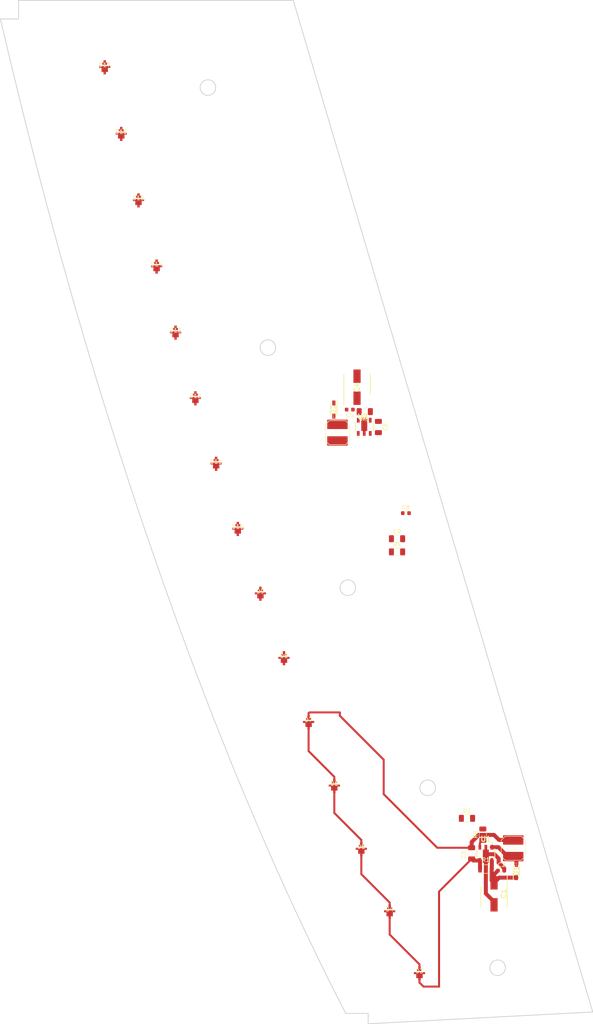
<source format=kicad_pcb>
(kicad_pcb (version 20171130) (host pcbnew "(5.1.2)-1")

  (general
    (thickness 1.6)
    (drawings 41)
    (tracks 72)
    (zones 0)
    (modules 34)
    (nets 26)
  )

  (page A4)
  (layers
    (0 F.Cu signal)
    (31 B.Cu signal)
    (33 F.Adhes user)
    (35 F.Paste user)
    (37 F.SilkS user)
    (39 F.Mask user)
    (40 Dwgs.User user)
    (41 Cmts.User user)
    (42 Eco1.User user)
    (43 Eco2.User user)
    (44 Edge.Cuts user)
    (45 Margin user)
    (46 B.CrtYd user)
    (47 F.CrtYd user)
    (49 F.Fab user)
  )

  (setup
    (last_trace_width 0.5)
    (trace_clearance 0.2)
    (zone_clearance 0.1)
    (zone_45_only no)
    (trace_min 0.2)
    (via_size 0.6)
    (via_drill 0.4)
    (via_min_size 0.4)
    (via_min_drill 0.3)
    (uvia_size 0.3)
    (uvia_drill 0.1)
    (uvias_allowed no)
    (uvia_min_size 0.2)
    (uvia_min_drill 0.1)
    (edge_width 0.15)
    (segment_width 0.2)
    (pcb_text_width 0.3)
    (pcb_text_size 1.5 1.5)
    (mod_edge_width 0.15)
    (mod_text_size 1 1)
    (mod_text_width 0.15)
    (pad_size 3.2 3.2)
    (pad_drill 3.2)
    (pad_to_mask_clearance 0.2)
    (solder_mask_min_width 0.25)
    (aux_axis_origin 0 0)
    (visible_elements 7FFFFF7F)
    (pcbplotparams
      (layerselection 0x010a0_7fffffff)
      (usegerberextensions false)
      (usegerberattributes false)
      (usegerberadvancedattributes false)
      (creategerberjobfile false)
      (excludeedgelayer true)
      (linewidth 0.100000)
      (plotframeref false)
      (viasonmask false)
      (mode 1)
      (useauxorigin false)
      (hpglpennumber 1)
      (hpglpenspeed 20)
      (hpglpendiameter 15.000000)
      (psnegative false)
      (psa4output false)
      (plotreference true)
      (plotvalue true)
      (plotinvisibletext false)
      (padsonsilk false)
      (subtractmaskfromsilk false)
      (outputformat 1)
      (mirror false)
      (drillshape 0)
      (scaleselection 1)
      (outputdirectory "../../FABRICATION/"))
  )

  (net 0 "")
  (net 1 VCC)
  (net 2 GND)
  (net 3 "Net-(C3-Pad1)")
  (net 4 "Net-(C3-Pad2)")
  (net 5 "Net-(D1-Pad2)")
  (net 6 "Net-(D3-Pad1)")
  (net 7 "Net-(D4-Pad1)")
  (net 8 "Net-(D5-Pad1)")
  (net 9 "Net-(D6-Pad1)")
  (net 10 "Net-(D8-Pad1)")
  (net 11 "Net-(D10-Pad2)")
  (net 12 "Net-(D10-Pad1)")
  (net 13 "Net-(C6-Pad2)")
  (net 14 "Net-(C6-Pad1)")
  (net 15 "Net-(D2-Pad2)")
  (net 16 "Net-(D13-Pad1)")
  (net 17 "Net-(D14-Pad1)")
  (net 18 "Net-(D15-Pad1)")
  (net 19 "Net-(D16-Pad1)")
  (net 20 "Net-(R8-Pad1)")
  (net 21 "Net-(R2-Pad1)")
  (net 22 /adj)
  (net 23 "Net-(D11-Pad1)")
  (net 24 "Net-(C9-Pad1)")
  (net 25 "Net-(C9-Pad2)")

  (net_class Default "This is the default net class."
    (clearance 0.2)
    (trace_width 0.5)
    (via_dia 0.6)
    (via_drill 0.4)
    (uvia_dia 0.3)
    (uvia_drill 0.1)
    (add_net /adj)
    (add_net "Net-(C3-Pad1)")
    (add_net "Net-(C3-Pad2)")
    (add_net "Net-(C6-Pad1)")
    (add_net "Net-(C6-Pad2)")
    (add_net "Net-(C9-Pad1)")
    (add_net "Net-(C9-Pad2)")
    (add_net "Net-(D1-Pad2)")
    (add_net "Net-(D10-Pad1)")
    (add_net "Net-(D10-Pad2)")
    (add_net "Net-(D11-Pad1)")
    (add_net "Net-(D13-Pad1)")
    (add_net "Net-(D14-Pad1)")
    (add_net "Net-(D15-Pad1)")
    (add_net "Net-(D16-Pad1)")
    (add_net "Net-(D2-Pad2)")
    (add_net "Net-(D3-Pad1)")
    (add_net "Net-(D4-Pad1)")
    (add_net "Net-(D5-Pad1)")
    (add_net "Net-(D6-Pad1)")
    (add_net "Net-(D8-Pad1)")
    (add_net "Net-(R2-Pad1)")
    (add_net "Net-(R8-Pad1)")
  )

  (net_class VCC ""
    (clearance 0.2)
    (trace_width 1)
    (via_dia 0.6)
    (via_drill 0.4)
    (uvia_dia 0.3)
    (uvia_drill 0.1)
    (add_net VCC)
  )

  (net_class power ""
    (clearance 0.2)
    (trace_width 1)
    (via_dia 0.6)
    (via_drill 0.4)
    (uvia_dia 0.3)
    (uvia_drill 0.1)
    (add_net GND)
  )

  (net_class signal ""
    (clearance 0.2)
    (trace_width 0.3)
    (via_dia 0.6)
    (via_drill 0.4)
    (uvia_dia 0.3)
    (uvia_drill 0.1)
  )

  (module myKicad_lib:DMLQ31_23 (layer F.Cu) (tedit 5CECE61A) (tstamp 5CE5B3BF)
    (at 569.4 107.58 180)
    (path /5C098709)
    (fp_text reference D4 (at 0 0.5 180) (layer F.SilkS)
      (effects (font (size 1 1) (thickness 0.15)))
    )
    (fp_text value LED (at -0.02 -3.17 180) (layer F.Fab)
      (effects (font (size 1 1) (thickness 0.15)))
    )
    (fp_line (start 0.99 1.31) (end 0.99 -1.439816) (layer Dwgs.User) (width 0.2))
    (fp_line (start -0.92748 -1.009915) (end -0.92748 0.070102) (layer Dwgs.User) (width 0.2))
    (fp_arc (start 0.525156 0.070102) (end 0.525156 0.452942) (angle -90.0000019) (layer Dwgs.User) (width 0.2))
    (fp_arc (start -0.588125 -1.009915) (end -0.635172 -1.346092) (angle -82.033324) (layer Dwgs.User) (width 0.2))
    (fp_arc (start 0.568613 -1.009915) (end 0.908066 -1.009915) (angle -82.03332102) (layer Dwgs.User) (width 0.2))
    (fp_line (start -1.009511 1.31) (end 0.99 1.31) (layer Dwgs.User) (width 0.2))
    (fp_line (start -0.767812 0.414187) (end -0.767812 0.883639) (layer Dwgs.User) (width 0.2))
    (fp_line (start -0.385 1.228213) (end -0.059804 1.228213) (layer Dwgs.User) (width 0.2))
    (fp_line (start 0.525156 -1.358029) (end -0.544668 -1.358029) (layer Dwgs.User) (width 0.2))
    (fp_arc (start -0.059804 0.880099) (end -0.059804 1.228227) (angle -15.056673) (layer Dwgs.User) (width 0.2))
    (fp_line (start 0.99 -1.439816) (end -1.009511 -1.439816) (layer Dwgs.User) (width 0.2))
    (fp_line (start -1.009511 -1.439816) (end -1.009511 1.31) (layer Dwgs.User) (width 0.2))
    (fp_arc (start 0.525156 -1.009915) (end 0.615591 -1.346092) (angle -15.056673) (layer Dwgs.User) (width 0.2))
    (fp_line (start 0.390391 0.452914) (end 0.525156 0.452914) (layer Dwgs.User) (width 0.2))
    (fp_arc (start -0.544668 -1.009915) (end -0.544668 -1.358043) (angle -15.056681) (layer Dwgs.User) (width 0.2))
    (fp_arc (start -0.834707 0.414187) (end -0.767548 0.414187) (angle -49.87595702) (layer Dwgs.User) (width 0.2))
    (fp_arc (start -0.016347 0.880099) (end 0.0307 1.216276) (angle -82.0333211) (layer Dwgs.User) (width 0.2))
    (fp_line (start 0.323008 0.880099) (end 0.323008 0.520083) (layer Dwgs.User) (width 0.2))
    (fp_line (start 0.907969 0.070102) (end 0.907969 -1.009915) (layer Dwgs.User) (width 0.2))
    (fp_arc (start -0.428457 0.880099) (end -0.767895 0.88366) (angle -81.437052) (layer Dwgs.User) (width 0.2))
    (fp_arc (start 0.390391 0.520083) (end 0.390391 0.452923) (angle -90.000003) (layer Dwgs.User) (width 0.2))
    (fp_arc (start -0.385 0.880099) (end -0.47542 1.216281) (angle -15.054134) (layer Dwgs.User) (width 0.2))
    (fp_arc (start -0.544668 0.070102) (end -0.927509 0.070102) (angle -49.875964) (layer Dwgs.User) (width 0.2))
    (pad 2 smd rect (at 0 0 180) (size 2.8 0.5) (layers F.Cu F.Paste F.Mask)
      (net 6 "Net-(D3-Pad1)") (zone_connect 2))
    (pad 2 smd rect (at 0 -0.75 180) (size 1.6 1) (layers F.Cu F.Paste F.Mask)
      (net 6 "Net-(D3-Pad1)") (zone_connect 2))
    (pad 2 smd rect (at 0 -1.55 180) (size 0.6 0.6) (layers F.Cu F.Paste F.Mask)
      (net 6 "Net-(D3-Pad1)"))
    (pad 1 smd rect (at 0 0.825 180) (size 1.2 0.55) (layers F.Cu F.Paste F.Mask)
      (net 7 "Net-(D4-Pad1)") (zone_connect 2))
    (pad 1 smd rect (at 0 1.39 180) (size 0.6 0.6) (layers F.Cu F.Paste F.Mask)
      (net 7 "Net-(D4-Pad1)"))
    (model ${KIPRJMOD}/myKicad_lib.pretty/3d/KW_DMLQ31SG_070415_geometry.wrl
      (at (xyz 0 0 0))
      (scale (xyz 1 1 1))
      (rotate (xyz 0 0 0))
    )
    (model C:/Kicad/myKicad_lib.pretty/3d/KW_DMLQ31SG_070415_geometry.wrl
      (at (xyz 0 0 0))
      (scale (xyz 1 1 1))
      (rotate (xyz 0 0 0))
    )
  )

  (module myKicad_lib:DMLQ31_23 (layer F.Cu) (tedit 5CECE61A) (tstamp 5CE5B41F)
    (at 549.11 60.26 180)
    (path /5C098FE5)
    (fp_text reference D7 (at 0 0.5 180) (layer F.SilkS)
      (effects (font (size 1 1) (thickness 0.15)))
    )
    (fp_text value LED (at -0.02 -3.17 180) (layer F.Fab)
      (effects (font (size 1 1) (thickness 0.15)))
    )
    (fp_line (start 0.99 1.31) (end 0.99 -1.439816) (layer Dwgs.User) (width 0.2))
    (fp_line (start -0.92748 -1.009915) (end -0.92748 0.070102) (layer Dwgs.User) (width 0.2))
    (fp_arc (start 0.525156 0.070102) (end 0.525156 0.452942) (angle -90.0000019) (layer Dwgs.User) (width 0.2))
    (fp_arc (start -0.588125 -1.009915) (end -0.635172 -1.346092) (angle -82.033324) (layer Dwgs.User) (width 0.2))
    (fp_arc (start 0.568613 -1.009915) (end 0.908066 -1.009915) (angle -82.03332102) (layer Dwgs.User) (width 0.2))
    (fp_line (start -1.009511 1.31) (end 0.99 1.31) (layer Dwgs.User) (width 0.2))
    (fp_line (start -0.767812 0.414187) (end -0.767812 0.883639) (layer Dwgs.User) (width 0.2))
    (fp_line (start -0.385 1.228213) (end -0.059804 1.228213) (layer Dwgs.User) (width 0.2))
    (fp_line (start 0.525156 -1.358029) (end -0.544668 -1.358029) (layer Dwgs.User) (width 0.2))
    (fp_arc (start -0.059804 0.880099) (end -0.059804 1.228227) (angle -15.056673) (layer Dwgs.User) (width 0.2))
    (fp_line (start 0.99 -1.439816) (end -1.009511 -1.439816) (layer Dwgs.User) (width 0.2))
    (fp_line (start -1.009511 -1.439816) (end -1.009511 1.31) (layer Dwgs.User) (width 0.2))
    (fp_arc (start 0.525156 -1.009915) (end 0.615591 -1.346092) (angle -15.056673) (layer Dwgs.User) (width 0.2))
    (fp_line (start 0.390391 0.452914) (end 0.525156 0.452914) (layer Dwgs.User) (width 0.2))
    (fp_arc (start -0.544668 -1.009915) (end -0.544668 -1.358043) (angle -15.056681) (layer Dwgs.User) (width 0.2))
    (fp_arc (start -0.834707 0.414187) (end -0.767548 0.414187) (angle -49.87595702) (layer Dwgs.User) (width 0.2))
    (fp_arc (start -0.016347 0.880099) (end 0.0307 1.216276) (angle -82.0333211) (layer Dwgs.User) (width 0.2))
    (fp_line (start 0.323008 0.880099) (end 0.323008 0.520083) (layer Dwgs.User) (width 0.2))
    (fp_line (start 0.907969 0.070102) (end 0.907969 -1.009915) (layer Dwgs.User) (width 0.2))
    (fp_arc (start -0.428457 0.880099) (end -0.767895 0.88366) (angle -81.437052) (layer Dwgs.User) (width 0.2))
    (fp_arc (start 0.390391 0.520083) (end 0.390391 0.452923) (angle -90.000003) (layer Dwgs.User) (width 0.2))
    (fp_arc (start -0.385 0.880099) (end -0.47542 1.216281) (angle -15.054134) (layer Dwgs.User) (width 0.2))
    (fp_arc (start -0.544668 0.070102) (end -0.927509 0.070102) (angle -49.875964) (layer Dwgs.User) (width 0.2))
    (pad 2 smd rect (at 0 0 180) (size 2.8 0.5) (layers F.Cu F.Paste F.Mask)
      (net 9 "Net-(D6-Pad1)") (zone_connect 2))
    (pad 2 smd rect (at 0 -0.75 180) (size 1.6 1) (layers F.Cu F.Paste F.Mask)
      (net 9 "Net-(D6-Pad1)") (zone_connect 2))
    (pad 2 smd rect (at 0 -1.55 180) (size 0.6 0.6) (layers F.Cu F.Paste F.Mask)
      (net 9 "Net-(D6-Pad1)"))
    (pad 1 smd rect (at 0 0.825 180) (size 1.2 0.55) (layers F.Cu F.Paste F.Mask)
      (net 4 "Net-(C3-Pad2)") (zone_connect 2))
    (pad 1 smd rect (at 0 1.39 180) (size 0.6 0.6) (layers F.Cu F.Paste F.Mask)
      (net 4 "Net-(C3-Pad2)"))
    (model ${KIPRJMOD}/myKicad_lib.pretty/3d/KW_DMLQ31SG_070415_geometry.wrl
      (at (xyz 0 0 0))
      (scale (xyz 1 1 1))
      (rotate (xyz 0 0 0))
    )
    (model C:/Kicad/myKicad_lib.pretty/3d/KW_DMLQ31SG_070415_geometry.wrl
      (at (xyz 0 0 0))
      (scale (xyz 1 1 1))
      (rotate (xyz 0 0 0))
    )
  )

  (module myKicad_lib:DMLQ31_23 (layer F.Cu) (tedit 5CECE61A) (tstamp 5CE5B3FF)
    (at 555.55 76.16 180)
    (path /5C098774)
    (fp_text reference D6 (at 0 0.5 180) (layer F.SilkS)
      (effects (font (size 1 1) (thickness 0.15)))
    )
    (fp_text value LED (at -0.02 -3.17 180) (layer F.Fab)
      (effects (font (size 1 1) (thickness 0.15)))
    )
    (fp_line (start 0.99 1.31) (end 0.99 -1.439816) (layer Dwgs.User) (width 0.2))
    (fp_line (start -0.92748 -1.009915) (end -0.92748 0.070102) (layer Dwgs.User) (width 0.2))
    (fp_arc (start 0.525156 0.070102) (end 0.525156 0.452942) (angle -90.0000019) (layer Dwgs.User) (width 0.2))
    (fp_arc (start -0.588125 -1.009915) (end -0.635172 -1.346092) (angle -82.033324) (layer Dwgs.User) (width 0.2))
    (fp_arc (start 0.568613 -1.009915) (end 0.908066 -1.009915) (angle -82.03332102) (layer Dwgs.User) (width 0.2))
    (fp_line (start -1.009511 1.31) (end 0.99 1.31) (layer Dwgs.User) (width 0.2))
    (fp_line (start -0.767812 0.414187) (end -0.767812 0.883639) (layer Dwgs.User) (width 0.2))
    (fp_line (start -0.385 1.228213) (end -0.059804 1.228213) (layer Dwgs.User) (width 0.2))
    (fp_line (start 0.525156 -1.358029) (end -0.544668 -1.358029) (layer Dwgs.User) (width 0.2))
    (fp_arc (start -0.059804 0.880099) (end -0.059804 1.228227) (angle -15.056673) (layer Dwgs.User) (width 0.2))
    (fp_line (start 0.99 -1.439816) (end -1.009511 -1.439816) (layer Dwgs.User) (width 0.2))
    (fp_line (start -1.009511 -1.439816) (end -1.009511 1.31) (layer Dwgs.User) (width 0.2))
    (fp_arc (start 0.525156 -1.009915) (end 0.615591 -1.346092) (angle -15.056673) (layer Dwgs.User) (width 0.2))
    (fp_line (start 0.390391 0.452914) (end 0.525156 0.452914) (layer Dwgs.User) (width 0.2))
    (fp_arc (start -0.544668 -1.009915) (end -0.544668 -1.358043) (angle -15.056681) (layer Dwgs.User) (width 0.2))
    (fp_arc (start -0.834707 0.414187) (end -0.767548 0.414187) (angle -49.87595702) (layer Dwgs.User) (width 0.2))
    (fp_arc (start -0.016347 0.880099) (end 0.0307 1.216276) (angle -82.0333211) (layer Dwgs.User) (width 0.2))
    (fp_line (start 0.323008 0.880099) (end 0.323008 0.520083) (layer Dwgs.User) (width 0.2))
    (fp_line (start 0.907969 0.070102) (end 0.907969 -1.009915) (layer Dwgs.User) (width 0.2))
    (fp_arc (start -0.428457 0.880099) (end -0.767895 0.88366) (angle -81.437052) (layer Dwgs.User) (width 0.2))
    (fp_arc (start 0.390391 0.520083) (end 0.390391 0.452923) (angle -90.000003) (layer Dwgs.User) (width 0.2))
    (fp_arc (start -0.385 0.880099) (end -0.47542 1.216281) (angle -15.054134) (layer Dwgs.User) (width 0.2))
    (fp_arc (start -0.544668 0.070102) (end -0.927509 0.070102) (angle -49.875964) (layer Dwgs.User) (width 0.2))
    (pad 2 smd rect (at 0 0 180) (size 2.8 0.5) (layers F.Cu F.Paste F.Mask)
      (net 8 "Net-(D5-Pad1)") (zone_connect 2))
    (pad 2 smd rect (at 0 -0.75 180) (size 1.6 1) (layers F.Cu F.Paste F.Mask)
      (net 8 "Net-(D5-Pad1)") (zone_connect 2))
    (pad 2 smd rect (at 0 -1.55 180) (size 0.6 0.6) (layers F.Cu F.Paste F.Mask)
      (net 8 "Net-(D5-Pad1)"))
    (pad 1 smd rect (at 0 0.825 180) (size 1.2 0.55) (layers F.Cu F.Paste F.Mask)
      (net 9 "Net-(D6-Pad1)") (zone_connect 2))
    (pad 1 smd rect (at 0 1.39 180) (size 0.6 0.6) (layers F.Cu F.Paste F.Mask)
      (net 9 "Net-(D6-Pad1)"))
    (model ${KIPRJMOD}/myKicad_lib.pretty/3d/KW_DMLQ31SG_070415_geometry.wrl
      (at (xyz 0 0 0))
      (scale (xyz 1 1 1))
      (rotate (xyz 0 0 0))
    )
    (model C:/Kicad/myKicad_lib.pretty/3d/KW_DMLQ31SG_070415_geometry.wrl
      (at (xyz 0 0 0))
      (scale (xyz 1 1 1))
      (rotate (xyz 0 0 0))
    )
  )

  (module myKicad_lib:DMLQ31_23 (layer F.Cu) (tedit 5CECE61A) (tstamp 5CE5B3DF)
    (at 562.31 91.95 180)
    (path /5C098737)
    (fp_text reference D5 (at 0 0.5 180) (layer F.SilkS)
      (effects (font (size 1 1) (thickness 0.15)))
    )
    (fp_text value LED (at -0.02 -3.17 180) (layer F.Fab)
      (effects (font (size 1 1) (thickness 0.15)))
    )
    (fp_line (start 0.99 1.31) (end 0.99 -1.439816) (layer Dwgs.User) (width 0.2))
    (fp_line (start -0.92748 -1.009915) (end -0.92748 0.070102) (layer Dwgs.User) (width 0.2))
    (fp_arc (start 0.525156 0.070102) (end 0.525156 0.452942) (angle -90.0000019) (layer Dwgs.User) (width 0.2))
    (fp_arc (start -0.588125 -1.009915) (end -0.635172 -1.346092) (angle -82.033324) (layer Dwgs.User) (width 0.2))
    (fp_arc (start 0.568613 -1.009915) (end 0.908066 -1.009915) (angle -82.03332102) (layer Dwgs.User) (width 0.2))
    (fp_line (start -1.009511 1.31) (end 0.99 1.31) (layer Dwgs.User) (width 0.2))
    (fp_line (start -0.767812 0.414187) (end -0.767812 0.883639) (layer Dwgs.User) (width 0.2))
    (fp_line (start -0.385 1.228213) (end -0.059804 1.228213) (layer Dwgs.User) (width 0.2))
    (fp_line (start 0.525156 -1.358029) (end -0.544668 -1.358029) (layer Dwgs.User) (width 0.2))
    (fp_arc (start -0.059804 0.880099) (end -0.059804 1.228227) (angle -15.056673) (layer Dwgs.User) (width 0.2))
    (fp_line (start 0.99 -1.439816) (end -1.009511 -1.439816) (layer Dwgs.User) (width 0.2))
    (fp_line (start -1.009511 -1.439816) (end -1.009511 1.31) (layer Dwgs.User) (width 0.2))
    (fp_arc (start 0.525156 -1.009915) (end 0.615591 -1.346092) (angle -15.056673) (layer Dwgs.User) (width 0.2))
    (fp_line (start 0.390391 0.452914) (end 0.525156 0.452914) (layer Dwgs.User) (width 0.2))
    (fp_arc (start -0.544668 -1.009915) (end -0.544668 -1.358043) (angle -15.056681) (layer Dwgs.User) (width 0.2))
    (fp_arc (start -0.834707 0.414187) (end -0.767548 0.414187) (angle -49.87595702) (layer Dwgs.User) (width 0.2))
    (fp_arc (start -0.016347 0.880099) (end 0.0307 1.216276) (angle -82.0333211) (layer Dwgs.User) (width 0.2))
    (fp_line (start 0.323008 0.880099) (end 0.323008 0.520083) (layer Dwgs.User) (width 0.2))
    (fp_line (start 0.907969 0.070102) (end 0.907969 -1.009915) (layer Dwgs.User) (width 0.2))
    (fp_arc (start -0.428457 0.880099) (end -0.767895 0.88366) (angle -81.437052) (layer Dwgs.User) (width 0.2))
    (fp_arc (start 0.390391 0.520083) (end 0.390391 0.452923) (angle -90.000003) (layer Dwgs.User) (width 0.2))
    (fp_arc (start -0.385 0.880099) (end -0.47542 1.216281) (angle -15.054134) (layer Dwgs.User) (width 0.2))
    (fp_arc (start -0.544668 0.070102) (end -0.927509 0.070102) (angle -49.875964) (layer Dwgs.User) (width 0.2))
    (pad 2 smd rect (at 0 0 180) (size 2.8 0.5) (layers F.Cu F.Paste F.Mask)
      (net 7 "Net-(D4-Pad1)") (zone_connect 2))
    (pad 2 smd rect (at 0 -0.75 180) (size 1.6 1) (layers F.Cu F.Paste F.Mask)
      (net 7 "Net-(D4-Pad1)") (zone_connect 2))
    (pad 2 smd rect (at 0 -1.55 180) (size 0.6 0.6) (layers F.Cu F.Paste F.Mask)
      (net 7 "Net-(D4-Pad1)"))
    (pad 1 smd rect (at 0 0.825 180) (size 1.2 0.55) (layers F.Cu F.Paste F.Mask)
      (net 8 "Net-(D5-Pad1)") (zone_connect 2))
    (pad 1 smd rect (at 0 1.39 180) (size 0.6 0.6) (layers F.Cu F.Paste F.Mask)
      (net 8 "Net-(D5-Pad1)"))
    (model ${KIPRJMOD}/myKicad_lib.pretty/3d/KW_DMLQ31SG_070415_geometry.wrl
      (at (xyz 0 0 0))
      (scale (xyz 1 1 1))
      (rotate (xyz 0 0 0))
    )
    (model C:/Kicad/myKicad_lib.pretty/3d/KW_DMLQ31SG_070415_geometry.wrl
      (at (xyz 0 0 0))
      (scale (xyz 1 1 1))
      (rotate (xyz 0 0 0))
    )
  )

  (module myKicad_lib:DMLQ31_23 (layer F.Cu) (tedit 5CECE61A) (tstamp 5CE66184)
    (at 576.86 123.04 180)
    (path /5C098661)
    (fp_text reference D3 (at -0.01 0.49 180) (layer F.SilkS)
      (effects (font (size 1 1) (thickness 0.15)))
    )
    (fp_text value LED (at -0.02 -3.17 180) (layer F.Fab)
      (effects (font (size 1 1) (thickness 0.15)))
    )
    (fp_line (start 0.99 1.31) (end 0.99 -1.439816) (layer Dwgs.User) (width 0.2))
    (fp_line (start -0.92748 -1.009915) (end -0.92748 0.070102) (layer Dwgs.User) (width 0.2))
    (fp_arc (start 0.525156 0.070102) (end 0.525156 0.452942) (angle -90.0000019) (layer Dwgs.User) (width 0.2))
    (fp_arc (start -0.588125 -1.009915) (end -0.635172 -1.346092) (angle -82.033324) (layer Dwgs.User) (width 0.2))
    (fp_arc (start 0.568613 -1.009915) (end 0.908066 -1.009915) (angle -82.03332102) (layer Dwgs.User) (width 0.2))
    (fp_line (start -1.009511 1.31) (end 0.99 1.31) (layer Dwgs.User) (width 0.2))
    (fp_line (start -0.767812 0.414187) (end -0.767812 0.883639) (layer Dwgs.User) (width 0.2))
    (fp_line (start -0.385 1.228213) (end -0.059804 1.228213) (layer Dwgs.User) (width 0.2))
    (fp_line (start 0.525156 -1.358029) (end -0.544668 -1.358029) (layer Dwgs.User) (width 0.2))
    (fp_arc (start -0.059804 0.880099) (end -0.059804 1.228227) (angle -15.056673) (layer Dwgs.User) (width 0.2))
    (fp_line (start 0.99 -1.439816) (end -1.009511 -1.439816) (layer Dwgs.User) (width 0.2))
    (fp_line (start -1.009511 -1.439816) (end -1.009511 1.31) (layer Dwgs.User) (width 0.2))
    (fp_arc (start 0.525156 -1.009915) (end 0.615591 -1.346092) (angle -15.056673) (layer Dwgs.User) (width 0.2))
    (fp_line (start 0.390391 0.452914) (end 0.525156 0.452914) (layer Dwgs.User) (width 0.2))
    (fp_arc (start -0.544668 -1.009915) (end -0.544668 -1.358043) (angle -15.056681) (layer Dwgs.User) (width 0.2))
    (fp_arc (start -0.834707 0.414187) (end -0.767548 0.414187) (angle -49.87595702) (layer Dwgs.User) (width 0.2))
    (fp_arc (start -0.016347 0.880099) (end 0.0307 1.216276) (angle -82.0333211) (layer Dwgs.User) (width 0.2))
    (fp_line (start 0.323008 0.880099) (end 0.323008 0.520083) (layer Dwgs.User) (width 0.2))
    (fp_line (start 0.907969 0.070102) (end 0.907969 -1.009915) (layer Dwgs.User) (width 0.2))
    (fp_arc (start -0.428457 0.880099) (end -0.767895 0.88366) (angle -81.437052) (layer Dwgs.User) (width 0.2))
    (fp_arc (start 0.390391 0.520083) (end 0.390391 0.452923) (angle -90.000003) (layer Dwgs.User) (width 0.2))
    (fp_arc (start -0.385 0.880099) (end -0.47542 1.216281) (angle -15.054134) (layer Dwgs.User) (width 0.2))
    (fp_arc (start -0.544668 0.070102) (end -0.927509 0.070102) (angle -49.875964) (layer Dwgs.User) (width 0.2))
    (pad 2 smd rect (at 0 0 180) (size 2.8 0.5) (layers F.Cu F.Paste F.Mask)
      (net 3 "Net-(C3-Pad1)") (zone_connect 2))
    (pad 2 smd rect (at 0 -0.75 180) (size 1.6 1) (layers F.Cu F.Paste F.Mask)
      (net 3 "Net-(C3-Pad1)") (zone_connect 2))
    (pad 2 smd rect (at 0 -1.55 180) (size 0.6 0.6) (layers F.Cu F.Paste F.Mask)
      (net 3 "Net-(C3-Pad1)"))
    (pad 1 smd rect (at 0 0.825 180) (size 1.2 0.55) (layers F.Cu F.Paste F.Mask)
      (net 6 "Net-(D3-Pad1)") (zone_connect 2))
    (pad 1 smd rect (at 0 1.39 180) (size 0.6 0.6) (layers F.Cu F.Paste F.Mask)
      (net 6 "Net-(D3-Pad1)"))
    (model ${KIPRJMOD}/myKicad_lib.pretty/3d/KW_DMLQ31SG_070415_geometry.wrl
      (at (xyz 0 0 0))
      (scale (xyz 1 1 1))
      (rotate (xyz 0 0 0))
    )
    (model C:/Kicad/myKicad_lib.pretty/3d/KW_DMLQ31SG_070415_geometry.wrl
      (at (xyz 0 0 0))
      (scale (xyz 1 1 1))
      (rotate (xyz 0 0 0))
    )
  )

  (module myKicad_lib:DMLQ31_23 (layer F.Cu) (tedit 5CECE61A) (tstamp 5CE5B47F)
    (at 531.39 11.93 180)
    (path /5C098FFA)
    (fp_text reference D10 (at 0 0.5) (layer F.SilkS)
      (effects (font (size 1 1) (thickness 0.15)))
    )
    (fp_text value LED (at -0.02 -3.17) (layer F.Fab)
      (effects (font (size 1 1) (thickness 0.15)))
    )
    (fp_line (start 0.99 1.31) (end 0.99 -1.439816) (layer Dwgs.User) (width 0.2))
    (fp_line (start -0.92748 -1.009915) (end -0.92748 0.070102) (layer Dwgs.User) (width 0.2))
    (fp_arc (start 0.525156 0.070102) (end 0.525156 0.452942) (angle -90.0000019) (layer Dwgs.User) (width 0.2))
    (fp_arc (start -0.588125 -1.009915) (end -0.635172 -1.346092) (angle -82.033324) (layer Dwgs.User) (width 0.2))
    (fp_arc (start 0.568613 -1.009915) (end 0.908066 -1.009915) (angle -82.03332102) (layer Dwgs.User) (width 0.2))
    (fp_line (start -1.009511 1.31) (end 0.99 1.31) (layer Dwgs.User) (width 0.2))
    (fp_line (start -0.767812 0.414187) (end -0.767812 0.883639) (layer Dwgs.User) (width 0.2))
    (fp_line (start -0.385 1.228213) (end -0.059804 1.228213) (layer Dwgs.User) (width 0.2))
    (fp_line (start 0.525156 -1.358029) (end -0.544668 -1.358029) (layer Dwgs.User) (width 0.2))
    (fp_arc (start -0.059804 0.880099) (end -0.059804 1.228227) (angle -15.056673) (layer Dwgs.User) (width 0.2))
    (fp_line (start 0.99 -1.439816) (end -1.009511 -1.439816) (layer Dwgs.User) (width 0.2))
    (fp_line (start -1.009511 -1.439816) (end -1.009511 1.31) (layer Dwgs.User) (width 0.2))
    (fp_arc (start 0.525156 -1.009915) (end 0.615591 -1.346092) (angle -15.056673) (layer Dwgs.User) (width 0.2))
    (fp_line (start 0.390391 0.452914) (end 0.525156 0.452914) (layer Dwgs.User) (width 0.2))
    (fp_arc (start -0.544668 -1.009915) (end -0.544668 -1.358043) (angle -15.056681) (layer Dwgs.User) (width 0.2))
    (fp_arc (start -0.834707 0.414187) (end -0.767548 0.414187) (angle -49.87595702) (layer Dwgs.User) (width 0.2))
    (fp_arc (start -0.016347 0.880099) (end 0.0307 1.216276) (angle -82.0333211) (layer Dwgs.User) (width 0.2))
    (fp_line (start 0.323008 0.880099) (end 0.323008 0.520083) (layer Dwgs.User) (width 0.2))
    (fp_line (start 0.907969 0.070102) (end 0.907969 -1.009915) (layer Dwgs.User) (width 0.2))
    (fp_arc (start -0.428457 0.880099) (end -0.767895 0.88366) (angle -81.437052) (layer Dwgs.User) (width 0.2))
    (fp_arc (start 0.390391 0.520083) (end 0.390391 0.452923) (angle -90.000003) (layer Dwgs.User) (width 0.2))
    (fp_arc (start -0.385 0.880099) (end -0.47542 1.216281) (angle -15.054134) (layer Dwgs.User) (width 0.2))
    (fp_arc (start -0.544668 0.070102) (end -0.927509 0.070102) (angle -49.875964) (layer Dwgs.User) (width 0.2))
    (pad 2 smd rect (at 0 0 180) (size 2.8 0.5) (layers F.Cu F.Paste F.Mask)
      (net 11 "Net-(D10-Pad2)") (zone_connect 2))
    (pad 2 smd rect (at 0 -0.75 180) (size 1.6 1) (layers F.Cu F.Paste F.Mask)
      (net 11 "Net-(D10-Pad2)") (zone_connect 2))
    (pad 2 smd rect (at 0 -1.55 180) (size 0.6 0.6) (layers F.Cu F.Paste F.Mask)
      (net 11 "Net-(D10-Pad2)"))
    (pad 1 smd rect (at 0 0.825 180) (size 1.2 0.55) (layers F.Cu F.Paste F.Mask)
      (net 12 "Net-(D10-Pad1)") (zone_connect 2))
    (pad 1 smd rect (at 0 1.39 180) (size 0.6 0.6) (layers F.Cu F.Paste F.Mask)
      (net 12 "Net-(D10-Pad1)"))
    (model ${KIPRJMOD}/myKicad_lib.pretty/3d/KW_DMLQ31SG_070415_geometry.wrl
      (at (xyz 0 0 0))
      (scale (xyz 1 1 1))
      (rotate (xyz 0 0 0))
    )
    (model C:/Kicad/myKicad_lib.pretty/3d/KW_DMLQ31SG_070415_geometry.wrl
      (at (xyz 0 0 0))
      (scale (xyz 1 1 1))
      (rotate (xyz 0 0 0))
    )
  )

  (module myKicad_lib:DMLQ31_23 (layer F.Cu) (tedit 5CECE61A) (tstamp 5CE5B49F)
    (at 525.97 -4.36 180)
    (path /5C0997B3)
    (fp_text reference D11 (at 0 0.5) (layer F.SilkS)
      (effects (font (size 1 1) (thickness 0.15)))
    )
    (fp_text value LED (at -0.02 -3.17) (layer F.Fab)
      (effects (font (size 1 1) (thickness 0.15)))
    )
    (fp_line (start 0.99 1.31) (end 0.99 -1.439816) (layer Dwgs.User) (width 0.2))
    (fp_line (start -0.92748 -1.009915) (end -0.92748 0.070102) (layer Dwgs.User) (width 0.2))
    (fp_arc (start 0.525156 0.070102) (end 0.525156 0.452942) (angle -90.0000019) (layer Dwgs.User) (width 0.2))
    (fp_arc (start -0.588125 -1.009915) (end -0.635172 -1.346092) (angle -82.033324) (layer Dwgs.User) (width 0.2))
    (fp_arc (start 0.568613 -1.009915) (end 0.908066 -1.009915) (angle -82.03332102) (layer Dwgs.User) (width 0.2))
    (fp_line (start -1.009511 1.31) (end 0.99 1.31) (layer Dwgs.User) (width 0.2))
    (fp_line (start -0.767812 0.414187) (end -0.767812 0.883639) (layer Dwgs.User) (width 0.2))
    (fp_line (start -0.385 1.228213) (end -0.059804 1.228213) (layer Dwgs.User) (width 0.2))
    (fp_line (start 0.525156 -1.358029) (end -0.544668 -1.358029) (layer Dwgs.User) (width 0.2))
    (fp_arc (start -0.059804 0.880099) (end -0.059804 1.228227) (angle -15.056673) (layer Dwgs.User) (width 0.2))
    (fp_line (start 0.99 -1.439816) (end -1.009511 -1.439816) (layer Dwgs.User) (width 0.2))
    (fp_line (start -1.009511 -1.439816) (end -1.009511 1.31) (layer Dwgs.User) (width 0.2))
    (fp_arc (start 0.525156 -1.009915) (end 0.615591 -1.346092) (angle -15.056673) (layer Dwgs.User) (width 0.2))
    (fp_line (start 0.390391 0.452914) (end 0.525156 0.452914) (layer Dwgs.User) (width 0.2))
    (fp_arc (start -0.544668 -1.009915) (end -0.544668 -1.358043) (angle -15.056681) (layer Dwgs.User) (width 0.2))
    (fp_arc (start -0.834707 0.414187) (end -0.767548 0.414187) (angle -49.87595702) (layer Dwgs.User) (width 0.2))
    (fp_arc (start -0.016347 0.880099) (end 0.0307 1.216276) (angle -82.0333211) (layer Dwgs.User) (width 0.2))
    (fp_line (start 0.323008 0.880099) (end 0.323008 0.520083) (layer Dwgs.User) (width 0.2))
    (fp_line (start 0.907969 0.070102) (end 0.907969 -1.009915) (layer Dwgs.User) (width 0.2))
    (fp_arc (start -0.428457 0.880099) (end -0.767895 0.88366) (angle -81.437052) (layer Dwgs.User) (width 0.2))
    (fp_arc (start 0.390391 0.520083) (end 0.390391 0.452923) (angle -90.000003) (layer Dwgs.User) (width 0.2))
    (fp_arc (start -0.385 0.880099) (end -0.47542 1.216281) (angle -15.054134) (layer Dwgs.User) (width 0.2))
    (fp_arc (start -0.544668 0.070102) (end -0.927509 0.070102) (angle -49.875964) (layer Dwgs.User) (width 0.2))
    (pad 2 smd rect (at 0 0 180) (size 2.8 0.5) (layers F.Cu F.Paste F.Mask)
      (net 12 "Net-(D10-Pad1)") (zone_connect 2))
    (pad 2 smd rect (at 0 -0.75 180) (size 1.6 1) (layers F.Cu F.Paste F.Mask)
      (net 12 "Net-(D10-Pad1)") (zone_connect 2))
    (pad 2 smd rect (at 0 -1.55 180) (size 0.6 0.6) (layers F.Cu F.Paste F.Mask)
      (net 12 "Net-(D10-Pad1)"))
    (pad 1 smd rect (at 0 0.825 180) (size 1.2 0.55) (layers F.Cu F.Paste F.Mask)
      (net 23 "Net-(D11-Pad1)") (zone_connect 2))
    (pad 1 smd rect (at 0 1.39 180) (size 0.6 0.6) (layers F.Cu F.Paste F.Mask)
      (net 23 "Net-(D11-Pad1)"))
    (model ${KIPRJMOD}/myKicad_lib.pretty/3d/KW_DMLQ31SG_070415_geometry.wrl
      (at (xyz 0 0 0))
      (scale (xyz 1 1 1))
      (rotate (xyz 0 0 0))
    )
    (model C:/Kicad/myKicad_lib.pretty/3d/KW_DMLQ31SG_070415_geometry.wrl
      (at (xyz 0 0 0))
      (scale (xyz 1 1 1))
      (rotate (xyz 0 0 0))
    )
  )

  (module myKicad_lib:DMLQ31_23 (layer F.Cu) (tedit 5CECE61A) (tstamp 5CE5B45F)
    (at 537.05 28.12 180)
    (path /5C098FF3)
    (fp_text reference D9 (at 0 0.5) (layer F.SilkS)
      (effects (font (size 1 1) (thickness 0.15)))
    )
    (fp_text value LED (at -0.02 -3.17) (layer F.Fab)
      (effects (font (size 1 1) (thickness 0.15)))
    )
    (fp_line (start 0.99 1.31) (end 0.99 -1.439816) (layer Dwgs.User) (width 0.2))
    (fp_line (start -0.92748 -1.009915) (end -0.92748 0.070102) (layer Dwgs.User) (width 0.2))
    (fp_arc (start 0.525156 0.070102) (end 0.525156 0.452942) (angle -90.0000019) (layer Dwgs.User) (width 0.2))
    (fp_arc (start -0.588125 -1.009915) (end -0.635172 -1.346092) (angle -82.033324) (layer Dwgs.User) (width 0.2))
    (fp_arc (start 0.568613 -1.009915) (end 0.908066 -1.009915) (angle -82.03332102) (layer Dwgs.User) (width 0.2))
    (fp_line (start -1.009511 1.31) (end 0.99 1.31) (layer Dwgs.User) (width 0.2))
    (fp_line (start -0.767812 0.414187) (end -0.767812 0.883639) (layer Dwgs.User) (width 0.2))
    (fp_line (start -0.385 1.228213) (end -0.059804 1.228213) (layer Dwgs.User) (width 0.2))
    (fp_line (start 0.525156 -1.358029) (end -0.544668 -1.358029) (layer Dwgs.User) (width 0.2))
    (fp_arc (start -0.059804 0.880099) (end -0.059804 1.228227) (angle -15.056673) (layer Dwgs.User) (width 0.2))
    (fp_line (start 0.99 -1.439816) (end -1.009511 -1.439816) (layer Dwgs.User) (width 0.2))
    (fp_line (start -1.009511 -1.439816) (end -1.009511 1.31) (layer Dwgs.User) (width 0.2))
    (fp_arc (start 0.525156 -1.009915) (end 0.615591 -1.346092) (angle -15.056673) (layer Dwgs.User) (width 0.2))
    (fp_line (start 0.390391 0.452914) (end 0.525156 0.452914) (layer Dwgs.User) (width 0.2))
    (fp_arc (start -0.544668 -1.009915) (end -0.544668 -1.358043) (angle -15.056681) (layer Dwgs.User) (width 0.2))
    (fp_arc (start -0.834707 0.414187) (end -0.767548 0.414187) (angle -49.87595702) (layer Dwgs.User) (width 0.2))
    (fp_arc (start -0.016347 0.880099) (end 0.0307 1.216276) (angle -82.0333211) (layer Dwgs.User) (width 0.2))
    (fp_line (start 0.323008 0.880099) (end 0.323008 0.520083) (layer Dwgs.User) (width 0.2))
    (fp_line (start 0.907969 0.070102) (end 0.907969 -1.009915) (layer Dwgs.User) (width 0.2))
    (fp_arc (start -0.428457 0.880099) (end -0.767895 0.88366) (angle -81.437052) (layer Dwgs.User) (width 0.2))
    (fp_arc (start 0.390391 0.520083) (end 0.390391 0.452923) (angle -90.000003) (layer Dwgs.User) (width 0.2))
    (fp_arc (start -0.385 0.880099) (end -0.47542 1.216281) (angle -15.054134) (layer Dwgs.User) (width 0.2))
    (fp_arc (start -0.544668 0.070102) (end -0.927509 0.070102) (angle -49.875964) (layer Dwgs.User) (width 0.2))
    (pad 2 smd rect (at 0 0 180) (size 2.8 0.5) (layers F.Cu F.Paste F.Mask)
      (net 10 "Net-(D8-Pad1)") (zone_connect 2))
    (pad 2 smd rect (at 0 -0.75 180) (size 1.6 1) (layers F.Cu F.Paste F.Mask)
      (net 10 "Net-(D8-Pad1)") (zone_connect 2))
    (pad 2 smd rect (at 0 -1.55 180) (size 0.6 0.6) (layers F.Cu F.Paste F.Mask)
      (net 10 "Net-(D8-Pad1)"))
    (pad 1 smd rect (at 0 0.825 180) (size 1.2 0.55) (layers F.Cu F.Paste F.Mask)
      (net 11 "Net-(D10-Pad2)") (zone_connect 2))
    (pad 1 smd rect (at 0 1.39 180) (size 0.6 0.6) (layers F.Cu F.Paste F.Mask)
      (net 11 "Net-(D10-Pad2)"))
    (model ${KIPRJMOD}/myKicad_lib.pretty/3d/KW_DMLQ31SG_070415_geometry.wrl
      (at (xyz 0 0 0))
      (scale (xyz 1 1 1))
      (rotate (xyz 0 0 0))
    )
    (model C:/Kicad/myKicad_lib.pretty/3d/KW_DMLQ31SG_070415_geometry.wrl
      (at (xyz 0 0 0))
      (scale (xyz 1 1 1))
      (rotate (xyz 0 0 0))
    )
  )

  (module myKicad_lib:DMLQ31_23 (layer F.Cu) (tedit 5CECE61A) (tstamp 5CE6B877)
    (at 520.78 -20.72 180)
    (path /5CE70FFA)
    (fp_text reference D12 (at 0 0.5) (layer F.SilkS)
      (effects (font (size 1 1) (thickness 0.15)))
    )
    (fp_text value LED (at -0.02 -3.17) (layer F.Fab)
      (effects (font (size 1 1) (thickness 0.15)))
    )
    (fp_line (start 0.99 1.31) (end 0.99 -1.439816) (layer Dwgs.User) (width 0.2))
    (fp_line (start -0.92748 -1.009915) (end -0.92748 0.070102) (layer Dwgs.User) (width 0.2))
    (fp_arc (start 0.525156 0.070102) (end 0.525156 0.452942) (angle -90.0000019) (layer Dwgs.User) (width 0.2))
    (fp_arc (start -0.588125 -1.009915) (end -0.635172 -1.346092) (angle -82.033324) (layer Dwgs.User) (width 0.2))
    (fp_arc (start 0.568613 -1.009915) (end 0.908066 -1.009915) (angle -82.03332102) (layer Dwgs.User) (width 0.2))
    (fp_line (start -1.009511 1.31) (end 0.99 1.31) (layer Dwgs.User) (width 0.2))
    (fp_line (start -0.767812 0.414187) (end -0.767812 0.883639) (layer Dwgs.User) (width 0.2))
    (fp_line (start -0.385 1.228213) (end -0.059804 1.228213) (layer Dwgs.User) (width 0.2))
    (fp_line (start 0.525156 -1.358029) (end -0.544668 -1.358029) (layer Dwgs.User) (width 0.2))
    (fp_arc (start -0.059804 0.880099) (end -0.059804 1.228227) (angle -15.056673) (layer Dwgs.User) (width 0.2))
    (fp_line (start 0.99 -1.439816) (end -1.009511 -1.439816) (layer Dwgs.User) (width 0.2))
    (fp_line (start -1.009511 -1.439816) (end -1.009511 1.31) (layer Dwgs.User) (width 0.2))
    (fp_arc (start 0.525156 -1.009915) (end 0.615591 -1.346092) (angle -15.056673) (layer Dwgs.User) (width 0.2))
    (fp_line (start 0.390391 0.452914) (end 0.525156 0.452914) (layer Dwgs.User) (width 0.2))
    (fp_arc (start -0.544668 -1.009915) (end -0.544668 -1.358043) (angle -15.056681) (layer Dwgs.User) (width 0.2))
    (fp_arc (start -0.834707 0.414187) (end -0.767548 0.414187) (angle -49.87595702) (layer Dwgs.User) (width 0.2))
    (fp_arc (start -0.016347 0.880099) (end 0.0307 1.216276) (angle -82.0333211) (layer Dwgs.User) (width 0.2))
    (fp_line (start 0.323008 0.880099) (end 0.323008 0.520083) (layer Dwgs.User) (width 0.2))
    (fp_line (start 0.907969 0.070102) (end 0.907969 -1.009915) (layer Dwgs.User) (width 0.2))
    (fp_arc (start -0.428457 0.880099) (end -0.767895 0.88366) (angle -81.437052) (layer Dwgs.User) (width 0.2))
    (fp_arc (start 0.390391 0.520083) (end 0.390391 0.452923) (angle -90.000003) (layer Dwgs.User) (width 0.2))
    (fp_arc (start -0.385 0.880099) (end -0.47542 1.216281) (angle -15.054134) (layer Dwgs.User) (width 0.2))
    (fp_arc (start -0.544668 0.070102) (end -0.927509 0.070102) (angle -49.875964) (layer Dwgs.User) (width 0.2))
    (pad 2 smd rect (at 0 0 180) (size 2.8 0.5) (layers F.Cu F.Paste F.Mask)
      (net 23 "Net-(D11-Pad1)") (zone_connect 2))
    (pad 2 smd rect (at 0 -0.75 180) (size 1.6 1) (layers F.Cu F.Paste F.Mask)
      (net 23 "Net-(D11-Pad1)") (zone_connect 2))
    (pad 2 smd rect (at 0 -1.55 180) (size 0.6 0.6) (layers F.Cu F.Paste F.Mask)
      (net 23 "Net-(D11-Pad1)"))
    (pad 1 smd rect (at 0 0.825 180) (size 1.2 0.55) (layers F.Cu F.Paste F.Mask)
      (net 13 "Net-(C6-Pad2)") (zone_connect 2))
    (pad 1 smd rect (at 0 1.39 180) (size 0.6 0.6) (layers F.Cu F.Paste F.Mask)
      (net 13 "Net-(C6-Pad2)"))
    (model ${KIPRJMOD}/myKicad_lib.pretty/3d/KW_DMLQ31SG_070415_geometry.wrl
      (at (xyz 0 0 0))
      (scale (xyz 1 1 1))
      (rotate (xyz 0 0 0))
    )
    (model C:/Kicad/myKicad_lib.pretty/3d/KW_DMLQ31SG_070415_geometry.wrl
      (at (xyz 0 0 0))
      (scale (xyz 1 1 1))
      (rotate (xyz 0 0 0))
    )
  )

  (module myKicad_lib:DMLQ31_23 (layer F.Cu) (tedit 5CECE61A) (tstamp 5CE5B43F)
    (at 542.95 44.24 180)
    (path /5C098FEC)
    (fp_text reference D8 (at 0 0.5) (layer F.SilkS)
      (effects (font (size 1 1) (thickness 0.15)))
    )
    (fp_text value LED (at -0.02 -3.17) (layer F.Fab)
      (effects (font (size 1 1) (thickness 0.15)))
    )
    (fp_line (start 0.99 1.31) (end 0.99 -1.439816) (layer Dwgs.User) (width 0.2))
    (fp_line (start -0.92748 -1.009915) (end -0.92748 0.070102) (layer Dwgs.User) (width 0.2))
    (fp_arc (start 0.525156 0.070102) (end 0.525156 0.452942) (angle -90.0000019) (layer Dwgs.User) (width 0.2))
    (fp_arc (start -0.588125 -1.009915) (end -0.635172 -1.346092) (angle -82.033324) (layer Dwgs.User) (width 0.2))
    (fp_arc (start 0.568613 -1.009915) (end 0.908066 -1.009915) (angle -82.03332102) (layer Dwgs.User) (width 0.2))
    (fp_line (start -1.009511 1.31) (end 0.99 1.31) (layer Dwgs.User) (width 0.2))
    (fp_line (start -0.767812 0.414187) (end -0.767812 0.883639) (layer Dwgs.User) (width 0.2))
    (fp_line (start -0.385 1.228213) (end -0.059804 1.228213) (layer Dwgs.User) (width 0.2))
    (fp_line (start 0.525156 -1.358029) (end -0.544668 -1.358029) (layer Dwgs.User) (width 0.2))
    (fp_arc (start -0.059804 0.880099) (end -0.059804 1.228227) (angle -15.056673) (layer Dwgs.User) (width 0.2))
    (fp_line (start 0.99 -1.439816) (end -1.009511 -1.439816) (layer Dwgs.User) (width 0.2))
    (fp_line (start -1.009511 -1.439816) (end -1.009511 1.31) (layer Dwgs.User) (width 0.2))
    (fp_arc (start 0.525156 -1.009915) (end 0.615591 -1.346092) (angle -15.056673) (layer Dwgs.User) (width 0.2))
    (fp_line (start 0.390391 0.452914) (end 0.525156 0.452914) (layer Dwgs.User) (width 0.2))
    (fp_arc (start -0.544668 -1.009915) (end -0.544668 -1.358043) (angle -15.056681) (layer Dwgs.User) (width 0.2))
    (fp_arc (start -0.834707 0.414187) (end -0.767548 0.414187) (angle -49.87595702) (layer Dwgs.User) (width 0.2))
    (fp_arc (start -0.016347 0.880099) (end 0.0307 1.216276) (angle -82.0333211) (layer Dwgs.User) (width 0.2))
    (fp_line (start 0.323008 0.880099) (end 0.323008 0.520083) (layer Dwgs.User) (width 0.2))
    (fp_line (start 0.907969 0.070102) (end 0.907969 -1.009915) (layer Dwgs.User) (width 0.2))
    (fp_arc (start -0.428457 0.880099) (end -0.767895 0.88366) (angle -81.437052) (layer Dwgs.User) (width 0.2))
    (fp_arc (start 0.390391 0.520083) (end 0.390391 0.452923) (angle -90.000003) (layer Dwgs.User) (width 0.2))
    (fp_arc (start -0.385 0.880099) (end -0.47542 1.216281) (angle -15.054134) (layer Dwgs.User) (width 0.2))
    (fp_arc (start -0.544668 0.070102) (end -0.927509 0.070102) (angle -49.875964) (layer Dwgs.User) (width 0.2))
    (pad 2 smd rect (at 0 0 180) (size 2.8 0.5) (layers F.Cu F.Paste F.Mask)
      (net 14 "Net-(C6-Pad1)") (zone_connect 2))
    (pad 2 smd rect (at 0 -0.75 180) (size 1.6 1) (layers F.Cu F.Paste F.Mask)
      (net 14 "Net-(C6-Pad1)") (zone_connect 2))
    (pad 2 smd rect (at 0 -1.55 180) (size 0.6 0.6) (layers F.Cu F.Paste F.Mask)
      (net 14 "Net-(C6-Pad1)"))
    (pad 1 smd rect (at 0 0.825 180) (size 1.2 0.55) (layers F.Cu F.Paste F.Mask)
      (net 10 "Net-(D8-Pad1)") (zone_connect 2))
    (pad 1 smd rect (at 0 1.39 180) (size 0.6 0.6) (layers F.Cu F.Paste F.Mask)
      (net 10 "Net-(D8-Pad1)"))
    (model ${KIPRJMOD}/myKicad_lib.pretty/3d/KW_DMLQ31SG_070415_geometry.wrl
      (at (xyz 0 0 0))
      (scale (xyz 1 1 1))
      (rotate (xyz 0 0 0))
    )
    (model C:/Kicad/myKicad_lib.pretty/3d/KW_DMLQ31SG_070415_geometry.wrl
      (at (xyz 0 0 0))
      (scale (xyz 1 1 1))
      (rotate (xyz 0 0 0))
    )
  )

  (module myKicad_lib:DMLQ31_23 (layer F.Cu) (tedit 5CECE61A) (tstamp 5CE5B4DF)
    (at 515.81 -37.14 180)
    (path /5CAFF6DF)
    (fp_text reference D13 (at 0 0.5) (layer F.SilkS)
      (effects (font (size 1 1) (thickness 0.15)))
    )
    (fp_text value LED (at -0.02 -3.17) (layer F.Fab)
      (effects (font (size 1 1) (thickness 0.15)))
    )
    (fp_line (start 0.99 1.31) (end 0.99 -1.439816) (layer Dwgs.User) (width 0.2))
    (fp_line (start -0.92748 -1.009915) (end -0.92748 0.070102) (layer Dwgs.User) (width 0.2))
    (fp_arc (start 0.525156 0.070102) (end 0.525156 0.452942) (angle -90.0000019) (layer Dwgs.User) (width 0.2))
    (fp_arc (start -0.588125 -1.009915) (end -0.635172 -1.346092) (angle -82.033324) (layer Dwgs.User) (width 0.2))
    (fp_arc (start 0.568613 -1.009915) (end 0.908066 -1.009915) (angle -82.03332102) (layer Dwgs.User) (width 0.2))
    (fp_line (start -1.009511 1.31) (end 0.99 1.31) (layer Dwgs.User) (width 0.2))
    (fp_line (start -0.767812 0.414187) (end -0.767812 0.883639) (layer Dwgs.User) (width 0.2))
    (fp_line (start -0.385 1.228213) (end -0.059804 1.228213) (layer Dwgs.User) (width 0.2))
    (fp_line (start 0.525156 -1.358029) (end -0.544668 -1.358029) (layer Dwgs.User) (width 0.2))
    (fp_arc (start -0.059804 0.880099) (end -0.059804 1.228227) (angle -15.056673) (layer Dwgs.User) (width 0.2))
    (fp_line (start 0.99 -1.439816) (end -1.009511 -1.439816) (layer Dwgs.User) (width 0.2))
    (fp_line (start -1.009511 -1.439816) (end -1.009511 1.31) (layer Dwgs.User) (width 0.2))
    (fp_arc (start 0.525156 -1.009915) (end 0.615591 -1.346092) (angle -15.056673) (layer Dwgs.User) (width 0.2))
    (fp_line (start 0.390391 0.452914) (end 0.525156 0.452914) (layer Dwgs.User) (width 0.2))
    (fp_arc (start -0.544668 -1.009915) (end -0.544668 -1.358043) (angle -15.056681) (layer Dwgs.User) (width 0.2))
    (fp_arc (start -0.834707 0.414187) (end -0.767548 0.414187) (angle -49.87595702) (layer Dwgs.User) (width 0.2))
    (fp_arc (start -0.016347 0.880099) (end 0.0307 1.216276) (angle -82.0333211) (layer Dwgs.User) (width 0.2))
    (fp_line (start 0.323008 0.880099) (end 0.323008 0.520083) (layer Dwgs.User) (width 0.2))
    (fp_line (start 0.907969 0.070102) (end 0.907969 -1.009915) (layer Dwgs.User) (width 0.2))
    (fp_arc (start -0.428457 0.880099) (end -0.767895 0.88366) (angle -81.437052) (layer Dwgs.User) (width 0.2))
    (fp_arc (start 0.390391 0.520083) (end 0.390391 0.452923) (angle -90.000003) (layer Dwgs.User) (width 0.2))
    (fp_arc (start -0.385 0.880099) (end -0.47542 1.216281) (angle -15.054134) (layer Dwgs.User) (width 0.2))
    (fp_arc (start -0.544668 0.070102) (end -0.927509 0.070102) (angle -49.875964) (layer Dwgs.User) (width 0.2))
    (pad 2 smd rect (at 0 0 180) (size 2.8 0.5) (layers F.Cu F.Paste F.Mask)
      (net 24 "Net-(C9-Pad1)") (zone_connect 2))
    (pad 2 smd rect (at 0 -0.75 180) (size 1.6 1) (layers F.Cu F.Paste F.Mask)
      (net 24 "Net-(C9-Pad1)") (zone_connect 2))
    (pad 2 smd rect (at 0 -1.55 180) (size 0.6 0.6) (layers F.Cu F.Paste F.Mask)
      (net 24 "Net-(C9-Pad1)"))
    (pad 1 smd rect (at 0 0.825 180) (size 1.2 0.55) (layers F.Cu F.Paste F.Mask)
      (net 16 "Net-(D13-Pad1)") (zone_connect 2))
    (pad 1 smd rect (at 0 1.39 180) (size 0.6 0.6) (layers F.Cu F.Paste F.Mask)
      (net 16 "Net-(D13-Pad1)"))
    (model ${KIPRJMOD}/myKicad_lib.pretty/3d/KW_DMLQ31SG_070415_geometry.wrl
      (at (xyz 0 0 0))
      (scale (xyz 1 1 1))
      (rotate (xyz 0 0 0))
    )
    (model C:/Kicad/myKicad_lib.pretty/3d/KW_DMLQ31SG_070415_geometry.wrl
      (at (xyz 0 0 0))
      (scale (xyz 1 1 1))
      (rotate (xyz 0 0 0))
    )
  )

  (module myKicad_lib:DMLQ31_23 (layer F.Cu) (tedit 5CECE61A) (tstamp 5CE5B4FF)
    (at 511.07 -53.65 180)
    (path /5CAFF6E6)
    (fp_text reference D14 (at 0 0.5) (layer F.SilkS)
      (effects (font (size 1 1) (thickness 0.15)))
    )
    (fp_text value LED (at -0.02 -3.17) (layer F.Fab)
      (effects (font (size 1 1) (thickness 0.15)))
    )
    (fp_line (start 0.99 1.31) (end 0.99 -1.439816) (layer Dwgs.User) (width 0.2))
    (fp_line (start -0.92748 -1.009915) (end -0.92748 0.070102) (layer Dwgs.User) (width 0.2))
    (fp_arc (start 0.525156 0.070102) (end 0.525156 0.452942) (angle -90.0000019) (layer Dwgs.User) (width 0.2))
    (fp_arc (start -0.588125 -1.009915) (end -0.635172 -1.346092) (angle -82.033324) (layer Dwgs.User) (width 0.2))
    (fp_arc (start 0.568613 -1.009915) (end 0.908066 -1.009915) (angle -82.03332102) (layer Dwgs.User) (width 0.2))
    (fp_line (start -1.009511 1.31) (end 0.99 1.31) (layer Dwgs.User) (width 0.2))
    (fp_line (start -0.767812 0.414187) (end -0.767812 0.883639) (layer Dwgs.User) (width 0.2))
    (fp_line (start -0.385 1.228213) (end -0.059804 1.228213) (layer Dwgs.User) (width 0.2))
    (fp_line (start 0.525156 -1.358029) (end -0.544668 -1.358029) (layer Dwgs.User) (width 0.2))
    (fp_arc (start -0.059804 0.880099) (end -0.059804 1.228227) (angle -15.056673) (layer Dwgs.User) (width 0.2))
    (fp_line (start 0.99 -1.439816) (end -1.009511 -1.439816) (layer Dwgs.User) (width 0.2))
    (fp_line (start -1.009511 -1.439816) (end -1.009511 1.31) (layer Dwgs.User) (width 0.2))
    (fp_arc (start 0.525156 -1.009915) (end 0.615591 -1.346092) (angle -15.056673) (layer Dwgs.User) (width 0.2))
    (fp_line (start 0.390391 0.452914) (end 0.525156 0.452914) (layer Dwgs.User) (width 0.2))
    (fp_arc (start -0.544668 -1.009915) (end -0.544668 -1.358043) (angle -15.056681) (layer Dwgs.User) (width 0.2))
    (fp_arc (start -0.834707 0.414187) (end -0.767548 0.414187) (angle -49.87595702) (layer Dwgs.User) (width 0.2))
    (fp_arc (start -0.016347 0.880099) (end 0.0307 1.216276) (angle -82.0333211) (layer Dwgs.User) (width 0.2))
    (fp_line (start 0.323008 0.880099) (end 0.323008 0.520083) (layer Dwgs.User) (width 0.2))
    (fp_line (start 0.907969 0.070102) (end 0.907969 -1.009915) (layer Dwgs.User) (width 0.2))
    (fp_arc (start -0.428457 0.880099) (end -0.767895 0.88366) (angle -81.437052) (layer Dwgs.User) (width 0.2))
    (fp_arc (start 0.390391 0.520083) (end 0.390391 0.452923) (angle -90.000003) (layer Dwgs.User) (width 0.2))
    (fp_arc (start -0.385 0.880099) (end -0.47542 1.216281) (angle -15.054134) (layer Dwgs.User) (width 0.2))
    (fp_arc (start -0.544668 0.070102) (end -0.927509 0.070102) (angle -49.875964) (layer Dwgs.User) (width 0.2))
    (pad 2 smd rect (at 0 0 180) (size 2.8 0.5) (layers F.Cu F.Paste F.Mask)
      (net 16 "Net-(D13-Pad1)") (zone_connect 2))
    (pad 2 smd rect (at 0 -0.75 180) (size 1.6 1) (layers F.Cu F.Paste F.Mask)
      (net 16 "Net-(D13-Pad1)") (zone_connect 2))
    (pad 2 smd rect (at 0 -1.55 180) (size 0.6 0.6) (layers F.Cu F.Paste F.Mask)
      (net 16 "Net-(D13-Pad1)"))
    (pad 1 smd rect (at 0 0.825 180) (size 1.2 0.55) (layers F.Cu F.Paste F.Mask)
      (net 17 "Net-(D14-Pad1)") (zone_connect 2))
    (pad 1 smd rect (at 0 1.39 180) (size 0.6 0.6) (layers F.Cu F.Paste F.Mask)
      (net 17 "Net-(D14-Pad1)"))
    (model ${KIPRJMOD}/myKicad_lib.pretty/3d/KW_DMLQ31SG_070415_geometry.wrl
      (at (xyz 0 0 0))
      (scale (xyz 1 1 1))
      (rotate (xyz 0 0 0))
    )
    (model C:/Kicad/myKicad_lib.pretty/3d/KW_DMLQ31SG_070415_geometry.wrl
      (at (xyz 0 0 0))
      (scale (xyz 1 1 1))
      (rotate (xyz 0 0 0))
    )
  )

  (module myKicad_lib:DMLQ31_23 (layer F.Cu) (tedit 5CECE61A) (tstamp 5CE5B51F)
    (at 506.54 -70.2 180)
    (path /5CAFF6ED)
    (fp_text reference D15 (at 0 0.5) (layer F.SilkS)
      (effects (font (size 1 1) (thickness 0.15)))
    )
    (fp_text value LED (at -0.02 -3.17) (layer F.Fab)
      (effects (font (size 1 1) (thickness 0.15)))
    )
    (fp_line (start 0.99 1.31) (end 0.99 -1.439816) (layer Dwgs.User) (width 0.2))
    (fp_line (start -0.92748 -1.009915) (end -0.92748 0.070102) (layer Dwgs.User) (width 0.2))
    (fp_arc (start 0.525156 0.070102) (end 0.525156 0.452942) (angle -90.0000019) (layer Dwgs.User) (width 0.2))
    (fp_arc (start -0.588125 -1.009915) (end -0.635172 -1.346092) (angle -82.033324) (layer Dwgs.User) (width 0.2))
    (fp_arc (start 0.568613 -1.009915) (end 0.908066 -1.009915) (angle -82.03332102) (layer Dwgs.User) (width 0.2))
    (fp_line (start -1.009511 1.31) (end 0.99 1.31) (layer Dwgs.User) (width 0.2))
    (fp_line (start -0.767812 0.414187) (end -0.767812 0.883639) (layer Dwgs.User) (width 0.2))
    (fp_line (start -0.385 1.228213) (end -0.059804 1.228213) (layer Dwgs.User) (width 0.2))
    (fp_line (start 0.525156 -1.358029) (end -0.544668 -1.358029) (layer Dwgs.User) (width 0.2))
    (fp_arc (start -0.059804 0.880099) (end -0.059804 1.228227) (angle -15.056673) (layer Dwgs.User) (width 0.2))
    (fp_line (start 0.99 -1.439816) (end -1.009511 -1.439816) (layer Dwgs.User) (width 0.2))
    (fp_line (start -1.009511 -1.439816) (end -1.009511 1.31) (layer Dwgs.User) (width 0.2))
    (fp_arc (start 0.525156 -1.009915) (end 0.615591 -1.346092) (angle -15.056673) (layer Dwgs.User) (width 0.2))
    (fp_line (start 0.390391 0.452914) (end 0.525156 0.452914) (layer Dwgs.User) (width 0.2))
    (fp_arc (start -0.544668 -1.009915) (end -0.544668 -1.358043) (angle -15.056681) (layer Dwgs.User) (width 0.2))
    (fp_arc (start -0.834707 0.414187) (end -0.767548 0.414187) (angle -49.87595702) (layer Dwgs.User) (width 0.2))
    (fp_arc (start -0.016347 0.880099) (end 0.0307 1.216276) (angle -82.0333211) (layer Dwgs.User) (width 0.2))
    (fp_line (start 0.323008 0.880099) (end 0.323008 0.520083) (layer Dwgs.User) (width 0.2))
    (fp_line (start 0.907969 0.070102) (end 0.907969 -1.009915) (layer Dwgs.User) (width 0.2))
    (fp_arc (start -0.428457 0.880099) (end -0.767895 0.88366) (angle -81.437052) (layer Dwgs.User) (width 0.2))
    (fp_arc (start 0.390391 0.520083) (end 0.390391 0.452923) (angle -90.000003) (layer Dwgs.User) (width 0.2))
    (fp_arc (start -0.385 0.880099) (end -0.47542 1.216281) (angle -15.054134) (layer Dwgs.User) (width 0.2))
    (fp_arc (start -0.544668 0.070102) (end -0.927509 0.070102) (angle -49.875964) (layer Dwgs.User) (width 0.2))
    (pad 2 smd rect (at 0 0 180) (size 2.8 0.5) (layers F.Cu F.Paste F.Mask)
      (net 17 "Net-(D14-Pad1)") (zone_connect 2))
    (pad 2 smd rect (at 0 -0.75 180) (size 1.6 1) (layers F.Cu F.Paste F.Mask)
      (net 17 "Net-(D14-Pad1)") (zone_connect 2))
    (pad 2 smd rect (at 0 -1.55 180) (size 0.6 0.6) (layers F.Cu F.Paste F.Mask)
      (net 17 "Net-(D14-Pad1)"))
    (pad 1 smd rect (at 0 0.825 180) (size 1.2 0.55) (layers F.Cu F.Paste F.Mask)
      (net 18 "Net-(D15-Pad1)") (zone_connect 2))
    (pad 1 smd rect (at 0 1.39 180) (size 0.6 0.6) (layers F.Cu F.Paste F.Mask)
      (net 18 "Net-(D15-Pad1)"))
    (model ${KIPRJMOD}/myKicad_lib.pretty/3d/KW_DMLQ31SG_070415_geometry.wrl
      (at (xyz 0 0 0))
      (scale (xyz 1 1 1))
      (rotate (xyz 0 0 0))
    )
    (model C:/Kicad/myKicad_lib.pretty/3d/KW_DMLQ31SG_070415_geometry.wrl
      (at (xyz 0 0 0))
      (scale (xyz 1 1 1))
      (rotate (xyz 0 0 0))
    )
  )

  (module myKicad_lib:DMLQ31_23 (layer F.Cu) (tedit 5CECE61A) (tstamp 5CE5B53F)
    (at 502.22 -86.81 180)
    (path /5CAFF6F4)
    (fp_text reference D16 (at 0 0.5) (layer F.SilkS)
      (effects (font (size 1 1) (thickness 0.15)))
    )
    (fp_text value LED (at -0.02 -3.17) (layer F.Fab)
      (effects (font (size 1 1) (thickness 0.15)))
    )
    (fp_line (start 0.99 1.31) (end 0.99 -1.439816) (layer Dwgs.User) (width 0.2))
    (fp_line (start -0.92748 -1.009915) (end -0.92748 0.070102) (layer Dwgs.User) (width 0.2))
    (fp_arc (start 0.525156 0.070102) (end 0.525156 0.452942) (angle -90.0000019) (layer Dwgs.User) (width 0.2))
    (fp_arc (start -0.588125 -1.009915) (end -0.635172 -1.346092) (angle -82.033324) (layer Dwgs.User) (width 0.2))
    (fp_arc (start 0.568613 -1.009915) (end 0.908066 -1.009915) (angle -82.03332102) (layer Dwgs.User) (width 0.2))
    (fp_line (start -1.009511 1.31) (end 0.99 1.31) (layer Dwgs.User) (width 0.2))
    (fp_line (start -0.767812 0.414187) (end -0.767812 0.883639) (layer Dwgs.User) (width 0.2))
    (fp_line (start -0.385 1.228213) (end -0.059804 1.228213) (layer Dwgs.User) (width 0.2))
    (fp_line (start 0.525156 -1.358029) (end -0.544668 -1.358029) (layer Dwgs.User) (width 0.2))
    (fp_arc (start -0.059804 0.880099) (end -0.059804 1.228227) (angle -15.056673) (layer Dwgs.User) (width 0.2))
    (fp_line (start 0.99 -1.439816) (end -1.009511 -1.439816) (layer Dwgs.User) (width 0.2))
    (fp_line (start -1.009511 -1.439816) (end -1.009511 1.31) (layer Dwgs.User) (width 0.2))
    (fp_arc (start 0.525156 -1.009915) (end 0.615591 -1.346092) (angle -15.056673) (layer Dwgs.User) (width 0.2))
    (fp_line (start 0.390391 0.452914) (end 0.525156 0.452914) (layer Dwgs.User) (width 0.2))
    (fp_arc (start -0.544668 -1.009915) (end -0.544668 -1.358043) (angle -15.056681) (layer Dwgs.User) (width 0.2))
    (fp_arc (start -0.834707 0.414187) (end -0.767548 0.414187) (angle -49.87595702) (layer Dwgs.User) (width 0.2))
    (fp_arc (start -0.016347 0.880099) (end 0.0307 1.216276) (angle -82.0333211) (layer Dwgs.User) (width 0.2))
    (fp_line (start 0.323008 0.880099) (end 0.323008 0.520083) (layer Dwgs.User) (width 0.2))
    (fp_line (start 0.907969 0.070102) (end 0.907969 -1.009915) (layer Dwgs.User) (width 0.2))
    (fp_arc (start -0.428457 0.880099) (end -0.767895 0.88366) (angle -81.437052) (layer Dwgs.User) (width 0.2))
    (fp_arc (start 0.390391 0.520083) (end 0.390391 0.452923) (angle -90.000003) (layer Dwgs.User) (width 0.2))
    (fp_arc (start -0.385 0.880099) (end -0.47542 1.216281) (angle -15.054134) (layer Dwgs.User) (width 0.2))
    (fp_arc (start -0.544668 0.070102) (end -0.927509 0.070102) (angle -49.875964) (layer Dwgs.User) (width 0.2))
    (pad 2 smd rect (at 0 0 180) (size 2.8 0.5) (layers F.Cu F.Paste F.Mask)
      (net 18 "Net-(D15-Pad1)") (zone_connect 2))
    (pad 2 smd rect (at 0 -0.75 180) (size 1.6 1) (layers F.Cu F.Paste F.Mask)
      (net 18 "Net-(D15-Pad1)") (zone_connect 2))
    (pad 2 smd rect (at 0 -1.55 180) (size 0.6 0.6) (layers F.Cu F.Paste F.Mask)
      (net 18 "Net-(D15-Pad1)"))
    (pad 1 smd rect (at 0 0.825 180) (size 1.2 0.55) (layers F.Cu F.Paste F.Mask)
      (net 19 "Net-(D16-Pad1)") (zone_connect 2))
    (pad 1 smd rect (at 0 1.39 180) (size 0.6 0.6) (layers F.Cu F.Paste F.Mask)
      (net 19 "Net-(D16-Pad1)"))
    (model ${KIPRJMOD}/myKicad_lib.pretty/3d/KW_DMLQ31SG_070415_geometry.wrl
      (at (xyz 0 0 0))
      (scale (xyz 1 1 1))
      (rotate (xyz 0 0 0))
    )
    (model C:/Kicad/myKicad_lib.pretty/3d/KW_DMLQ31SG_070415_geometry.wrl
      (at (xyz 0 0 0))
      (scale (xyz 1 1 1))
      (rotate (xyz 0 0 0))
    )
  )

  (module myKicad_lib:DMLQ31_23 (layer F.Cu) (tedit 5CECE61A) (tstamp 5CE5B55F)
    (at 498.09 -103.465 180)
    (path /5CAFF6FB)
    (fp_text reference D17 (at 0 0.5) (layer F.SilkS)
      (effects (font (size 1 1) (thickness 0.15)))
    )
    (fp_text value LED (at -0.02 -3.17) (layer F.Fab)
      (effects (font (size 1 1) (thickness 0.15)))
    )
    (fp_line (start 0.99 1.31) (end 0.99 -1.439816) (layer Dwgs.User) (width 0.2))
    (fp_line (start -0.92748 -1.009915) (end -0.92748 0.070102) (layer Dwgs.User) (width 0.2))
    (fp_arc (start 0.525156 0.070102) (end 0.525156 0.452942) (angle -90.0000019) (layer Dwgs.User) (width 0.2))
    (fp_arc (start -0.588125 -1.009915) (end -0.635172 -1.346092) (angle -82.033324) (layer Dwgs.User) (width 0.2))
    (fp_arc (start 0.568613 -1.009915) (end 0.908066 -1.009915) (angle -82.03332102) (layer Dwgs.User) (width 0.2))
    (fp_line (start -1.009511 1.31) (end 0.99 1.31) (layer Dwgs.User) (width 0.2))
    (fp_line (start -0.767812 0.414187) (end -0.767812 0.883639) (layer Dwgs.User) (width 0.2))
    (fp_line (start -0.385 1.228213) (end -0.059804 1.228213) (layer Dwgs.User) (width 0.2))
    (fp_line (start 0.525156 -1.358029) (end -0.544668 -1.358029) (layer Dwgs.User) (width 0.2))
    (fp_arc (start -0.059804 0.880099) (end -0.059804 1.228227) (angle -15.056673) (layer Dwgs.User) (width 0.2))
    (fp_line (start 0.99 -1.439816) (end -1.009511 -1.439816) (layer Dwgs.User) (width 0.2))
    (fp_line (start -1.009511 -1.439816) (end -1.009511 1.31) (layer Dwgs.User) (width 0.2))
    (fp_arc (start 0.525156 -1.009915) (end 0.615591 -1.346092) (angle -15.056673) (layer Dwgs.User) (width 0.2))
    (fp_line (start 0.390391 0.452914) (end 0.525156 0.452914) (layer Dwgs.User) (width 0.2))
    (fp_arc (start -0.544668 -1.009915) (end -0.544668 -1.358043) (angle -15.056681) (layer Dwgs.User) (width 0.2))
    (fp_arc (start -0.834707 0.414187) (end -0.767548 0.414187) (angle -49.87595702) (layer Dwgs.User) (width 0.2))
    (fp_arc (start -0.016347 0.880099) (end 0.0307 1.216276) (angle -82.0333211) (layer Dwgs.User) (width 0.2))
    (fp_line (start 0.323008 0.880099) (end 0.323008 0.520083) (layer Dwgs.User) (width 0.2))
    (fp_line (start 0.907969 0.070102) (end 0.907969 -1.009915) (layer Dwgs.User) (width 0.2))
    (fp_arc (start -0.428457 0.880099) (end -0.767895 0.88366) (angle -81.437052) (layer Dwgs.User) (width 0.2))
    (fp_arc (start 0.390391 0.520083) (end 0.390391 0.452923) (angle -90.000003) (layer Dwgs.User) (width 0.2))
    (fp_arc (start -0.385 0.880099) (end -0.47542 1.216281) (angle -15.054134) (layer Dwgs.User) (width 0.2))
    (fp_arc (start -0.544668 0.070102) (end -0.927509 0.070102) (angle -49.875964) (layer Dwgs.User) (width 0.2))
    (pad 2 smd rect (at 0 0 180) (size 2.8 0.5) (layers F.Cu F.Paste F.Mask)
      (net 19 "Net-(D16-Pad1)") (zone_connect 2))
    (pad 2 smd rect (at 0 -0.75 180) (size 1.6 1) (layers F.Cu F.Paste F.Mask)
      (net 19 "Net-(D16-Pad1)") (zone_connect 2))
    (pad 2 smd rect (at 0 -1.55 180) (size 0.6 0.6) (layers F.Cu F.Paste F.Mask)
      (net 19 "Net-(D16-Pad1)"))
    (pad 1 smd rect (at 0 0.825 180) (size 1.2 0.55) (layers F.Cu F.Paste F.Mask)
      (net 25 "Net-(C9-Pad2)") (zone_connect 2))
    (pad 1 smd rect (at 0 1.39 180) (size 0.6 0.6) (layers F.Cu F.Paste F.Mask)
      (net 25 "Net-(C9-Pad2)"))
    (model ${KIPRJMOD}/myKicad_lib.pretty/3d/KW_DMLQ31SG_070415_geometry.wrl
      (at (xyz 0 0 0))
      (scale (xyz 1 1 1))
      (rotate (xyz 0 0 0))
    )
    (model C:/Kicad/myKicad_lib.pretty/3d/KW_DMLQ31SG_070415_geometry.wrl
      (at (xyz 0 0 0))
      (scale (xyz 1 1 1))
      (rotate (xyz 0 0 0))
    )
  )

  (module SamacSys_Parts:CAPAE660X560N (layer F.Cu) (tedit 5C096F6B) (tstamp 5C927619)
    (at 561.23 -23.42 90)
    (descr WCAP)
    (tags "Capacitor Polarised")
    (path /5CAFF731)
    (attr smd)
    (fp_text reference C4 (at 0 0 90) (layer F.SilkS)
      (effects (font (size 1.27 1.27) (thickness 0.254)))
    )
    (fp_text value 22uF (at 0 0 90) (layer F.SilkS) hide
      (effects (font (size 1.27 1.27) (thickness 0.254)))
    )
    (fp_line (start -4.925 -3.9) (end 4.925 -3.9) (layer Dwgs.User) (width 0.05))
    (fp_line (start 4.925 -3.9) (end 4.925 3.9) (layer Dwgs.User) (width 0.05))
    (fp_line (start 4.925 3.9) (end -4.925 3.9) (layer Dwgs.User) (width 0.05))
    (fp_line (start -4.925 3.9) (end -4.925 -3.9) (layer Dwgs.User) (width 0.05))
    (fp_line (start 3.3 -3.3) (end -1.65 -3.3) (layer Dwgs.User) (width 0.1))
    (fp_line (start -1.65 -3.3) (end -3.3 -1.65) (layer Dwgs.User) (width 0.1))
    (fp_line (start -3.3 -1.65) (end -3.3 1.65) (layer Dwgs.User) (width 0.1))
    (fp_line (start -3.3 1.65) (end -1.65 3.3) (layer Dwgs.User) (width 0.1))
    (fp_line (start -1.65 3.3) (end 3.3 3.3) (layer Dwgs.User) (width 0.1))
    (fp_line (start 3.3 3.3) (end 3.3 -3.3) (layer Dwgs.User) (width 0.1))
    (fp_line (start -4.425 -3.3) (end 3.3 -3.3) (layer F.SilkS) (width 0.2))
    (fp_line (start -1.65 3.3) (end 3.3 3.3) (layer F.SilkS) (width 0.2))
    (pad 1 smd rect (at -2.75 0 180) (size 1.8 3.35) (layers F.Cu F.Paste F.Mask)
      (net 1 VCC))
    (pad 2 smd rect (at 2.75 0 180) (size 1.8 3.35) (layers F.Cu F.Paste F.Mask)
      (net 2 GND))
  )

  (module SamacSys_Parts:CAPAE660X560N (layer F.Cu) (tedit 5C096F6B) (tstamp 5C0D3B70)
    (at 595.52 103.21 270)
    (descr WCAP)
    (tags "Capacitor Polarised")
    (path /5C098AE6)
    (attr smd)
    (fp_text reference C1 (at 0 -2.4096 90) (layer F.SilkS)
      (effects (font (size 1.27 1.27) (thickness 0.254)))
    )
    (fp_text value 22uF (at 0.0068 -0.762 90) (layer F.SilkS) hide
      (effects (font (size 1.27 1.27) (thickness 0.254)))
    )
    (fp_line (start -4.925 -3.9) (end 4.925 -3.9) (layer Dwgs.User) (width 0.05))
    (fp_line (start 4.925 -3.9) (end 4.925 3.9) (layer Dwgs.User) (width 0.05))
    (fp_line (start 4.925 3.9) (end -4.925 3.9) (layer Dwgs.User) (width 0.05))
    (fp_line (start -4.925 3.9) (end -4.925 -3.9) (layer Dwgs.User) (width 0.05))
    (fp_line (start 3.3 -3.3) (end -1.65 -3.3) (layer Dwgs.User) (width 0.1))
    (fp_line (start -1.65 -3.3) (end -3.3 -1.65) (layer Dwgs.User) (width 0.1))
    (fp_line (start -3.3 -1.65) (end -3.3 1.65) (layer Dwgs.User) (width 0.1))
    (fp_line (start -3.3 1.65) (end -1.65 3.3) (layer Dwgs.User) (width 0.1))
    (fp_line (start -1.65 3.3) (end 3.3 3.3) (layer Dwgs.User) (width 0.1))
    (fp_line (start 3.3 3.3) (end 3.3 -3.3) (layer Dwgs.User) (width 0.1))
    (fp_line (start -4.425 -3.3) (end 3.3 -3.3) (layer F.SilkS) (width 0.2))
    (fp_line (start -1.65 3.3) (end 3.3 3.3) (layer F.SilkS) (width 0.2))
    (pad 1 smd rect (at -2.75 0) (size 1.8 3.35) (layers F.Cu F.Paste F.Mask)
      (net 1 VCC))
    (pad 2 smd rect (at 2.75 0) (size 1.8 3.35) (layers F.Cu F.Paste F.Mask)
      (net 2 GND))
  )

  (module Resistors_SMD:R_1206 (layer F.Cu) (tedit 58307BE8) (tstamp 583C59C2)
    (at 593.47 97.0204)
    (descr "Resistor SMD 1206, reflow soldering, Vishay (see dcrcw.pdf)")
    (tags "resistor 1206")
    (path /583A132A)
    (attr smd)
    (fp_text reference R1 (at 0 -2.3 180) (layer F.SilkS)
      (effects (font (size 1 1) (thickness 0.15)))
    )
    (fp_text value 0.22 (at 0 2.3 180) (layer F.Fab)
      (effects (font (size 1 1) (thickness 0.15)))
    )
    (fp_line (start -1.6 0.8) (end -1.6 -0.8) (layer F.Fab) (width 0.1))
    (fp_line (start 1.6 0.8) (end -1.6 0.8) (layer F.Fab) (width 0.1))
    (fp_line (start 1.6 -0.8) (end 1.6 0.8) (layer F.Fab) (width 0.1))
    (fp_line (start -1.6 -0.8) (end 1.6 -0.8) (layer F.Fab) (width 0.1))
    (fp_line (start -2.2 -1.2) (end 2.2 -1.2) (layer F.CrtYd) (width 0.05))
    (fp_line (start -2.2 1.2) (end 2.2 1.2) (layer F.CrtYd) (width 0.05))
    (fp_line (start -2.2 -1.2) (end -2.2 1.2) (layer F.CrtYd) (width 0.05))
    (fp_line (start 2.2 -1.2) (end 2.2 1.2) (layer F.CrtYd) (width 0.05))
    (fp_line (start 1 1.075) (end -1 1.075) (layer F.SilkS) (width 0.15))
    (fp_line (start -1 -1.075) (end 1 -1.075) (layer F.SilkS) (width 0.15))
    (pad 1 smd rect (at -1.45 0) (size 0.9 1.7) (layers F.Cu F.Paste F.Mask)
      (net 3 "Net-(C3-Pad1)"))
    (pad 2 smd rect (at 1.45 0) (size 0.9 1.7) (layers F.Cu F.Paste F.Mask)
      (net 1 VCC))
    (model Resistors_SMD.3dshapes/R_1206.wrl
      (at (xyz 0 0 0))
      (scale (xyz 1 1 1))
      (rotate (xyz 0 0 0))
    )
  )

  (module Kicad_mylib:SOT89-5_JOOL (layer F.Cu) (tedit 5C0EB075) (tstamp 5C0D3017)
    (at 593.47 93.215 180)
    (descr SOT89-5)
    (tags "Integrated Circuit")
    (path /583A11F1)
    (attr smd)
    (fp_text reference U1 (at 0.05 3.705) (layer F.SilkS)
      (effects (font (size 1.27 1.27) (thickness 0.254)))
    )
    (fp_text value IS31LT3360 (at -0.416 -2.538) (layer F.SilkS) hide
      (effects (font (size 1.27 1.27) (thickness 0.254)))
    )
    (fp_circle (center -1.532 2.628) (end -1.549 2.628) (layer F.SilkS) (width 0.254))
    (fp_line (start 2.25 -1.25) (end 2.25 1.25) (layer F.SilkS) (width 0.2))
    (fp_line (start -2.25 1.25) (end -2.25 -1.25) (layer F.SilkS) (width 0.2))
    (fp_line (start -2.25 1.25) (end -2.25 -1.25) (layer Dwgs.User) (width 0.2))
    (fp_line (start 2.25 1.25) (end -2.25 1.25) (layer Dwgs.User) (width 0.2))
    (fp_line (start 2.25 -1.25) (end 2.25 1.25) (layer Dwgs.User) (width 0.2))
    (fp_line (start -2.25 -1.25) (end 2.25 -1.25) (layer Dwgs.User) (width 0.2))
    (pad 2 smd rect (at 0 -0.605 180) (size 1.5 3.3) (layers F.Cu F.Paste F.Mask)
      (net 2 GND))
    (pad 5 smd rect (at -1.5 -1.65 180) (size 0.68 1.2) (layers F.Cu F.Paste F.Mask)
      (net 1 VCC))
    (pad 4 smd rect (at 1.5 -1.65 180) (size 0.68 1.2) (layers F.Cu F.Paste F.Mask)
      (net 3 "Net-(C3-Pad1)"))
    (pad 3 smd rect (at 1.5 1.65 180) (size 0.68 1.2) (layers F.Cu F.Paste F.Mask)
      (net 20 "Net-(R8-Pad1)"))
    (pad 2 smd rect (at 0 1.55 180) (size 0.68 1.4) (layers F.Cu F.Paste F.Mask)
      (net 2 GND))
    (pad 1 smd rect (at -1.5 1.65 180) (size 0.68 1.2) (layers F.Cu F.Paste F.Mask)
      (net 5 "Net-(D1-Pad2)"))
  )

  (module Capacitor_SMD:C_0603_1608Metric (layer F.Cu) (tedit 5B301BBE) (tstamp 5C1DC794)
    (at 597.28 97.414)
    (descr "Capacitor SMD 0603 (1608 Metric), square (rectangular) end terminal, IPC_7351 nominal, (Body size source: http://www.tortai-tech.com/upload/download/2011102023233369053.pdf), generated with kicad-footprint-generator")
    (tags capacitor)
    (path /583A1296)
    (attr smd)
    (fp_text reference C2 (at 0.14 -1.43 180) (layer F.SilkS)
      (effects (font (size 1 1) (thickness 0.15)))
    )
    (fp_text value 0.1uF (at 0 1.43 180) (layer F.Fab)
      (effects (font (size 1 1) (thickness 0.15)))
    )
    (fp_line (start -0.8 0.4) (end -0.8 -0.4) (layer F.Fab) (width 0.1))
    (fp_line (start -0.8 -0.4) (end 0.8 -0.4) (layer F.Fab) (width 0.1))
    (fp_line (start 0.8 -0.4) (end 0.8 0.4) (layer F.Fab) (width 0.1))
    (fp_line (start 0.8 0.4) (end -0.8 0.4) (layer F.Fab) (width 0.1))
    (fp_line (start -0.162779 -0.51) (end 0.162779 -0.51) (layer F.SilkS) (width 0.12))
    (fp_line (start -0.162779 0.51) (end 0.162779 0.51) (layer F.SilkS) (width 0.12))
    (fp_line (start -1.48 0.73) (end -1.48 -0.73) (layer F.CrtYd) (width 0.05))
    (fp_line (start -1.48 -0.73) (end 1.48 -0.73) (layer F.CrtYd) (width 0.05))
    (fp_line (start 1.48 -0.73) (end 1.48 0.73) (layer F.CrtYd) (width 0.05))
    (fp_line (start 1.48 0.73) (end -1.48 0.73) (layer F.CrtYd) (width 0.05))
    (fp_text user %R (at 0.0255 0 180) (layer F.Fab)
      (effects (font (size 0.4 0.4) (thickness 0.06)))
    )
    (pad 1 smd roundrect (at -0.7875 0) (size 0.875 0.95) (layers F.Cu F.Paste F.Mask) (roundrect_rratio 0.25)
      (net 1 VCC))
    (pad 2 smd roundrect (at 0.7875 0) (size 0.875 0.95) (layers F.Cu F.Paste F.Mask) (roundrect_rratio 0.25)
      (net 2 GND))
    (model ${KISYS3DMOD}/Capacitor_SMD.3dshapes/C_0603_1608Metric.wrl
      (at (xyz 0 0 0))
      (scale (xyz 1 1 1))
      (rotate (xyz 0 0 0))
    )
  )

  (module Capacitor_SMD:C_1206_3216Metric (layer F.Cu) (tedit 5B301BBE) (tstamp 5C12F7F3)
    (at 589.914 93.0928 90)
    (descr "Capacitor SMD 1206 (3216 Metric), square (rectangular) end terminal, IPC_7351 nominal, (Body size source: http://www.tortai-tech.com/upload/download/2011102023233369053.pdf), generated with kicad-footprint-generator")
    (tags capacitor)
    (path /583A125C)
    (attr smd)
    (fp_text reference C3 (at -0.4172 -1.994 270) (layer F.SilkS)
      (effects (font (size 1 1) (thickness 0.15)))
    )
    (fp_text value 1uF (at 0 1.82 270) (layer F.Fab)
      (effects (font (size 1 1) (thickness 0.15)))
    )
    (fp_line (start -1.6 0.8) (end -1.6 -0.8) (layer F.Fab) (width 0.1))
    (fp_line (start -1.6 -0.8) (end 1.6 -0.8) (layer F.Fab) (width 0.1))
    (fp_line (start 1.6 -0.8) (end 1.6 0.8) (layer F.Fab) (width 0.1))
    (fp_line (start 1.6 0.8) (end -1.6 0.8) (layer F.Fab) (width 0.1))
    (fp_line (start -0.602064 -0.91) (end 0.602064 -0.91) (layer F.SilkS) (width 0.12))
    (fp_line (start -0.602064 0.91) (end 0.602064 0.91) (layer F.SilkS) (width 0.12))
    (fp_line (start -2.28 1.12) (end -2.28 -1.12) (layer F.CrtYd) (width 0.05))
    (fp_line (start -2.28 -1.12) (end 2.28 -1.12) (layer F.CrtYd) (width 0.05))
    (fp_line (start 2.28 -1.12) (end 2.28 1.12) (layer F.CrtYd) (width 0.05))
    (fp_line (start 2.28 1.12) (end -2.28 1.12) (layer F.CrtYd) (width 0.05))
    (fp_text user %R (at 0 0 270) (layer F.Fab)
      (effects (font (size 0.8 0.8) (thickness 0.12)))
    )
    (pad 1 smd roundrect (at -1.4 0 90) (size 1.25 1.75) (layers F.Cu F.Paste F.Mask) (roundrect_rratio 0.2)
      (net 3 "Net-(C3-Pad1)"))
    (pad 2 smd roundrect (at 1.4 0 90) (size 1.25 1.75) (layers F.Cu F.Paste F.Mask) (roundrect_rratio 0.2)
      (net 4 "Net-(C3-Pad2)"))
    (model ${KISYS3DMOD}/Capacitor_SMD.3dshapes/C_1206_3216Metric.wrl
      (at (xyz 0 0 0))
      (scale (xyz 1 1 1))
      (rotate (xyz 0 0 0))
    )
  )

  (module SRN6045TA-6R8M:SRN6045 (layer F.Cu) (tedit 0) (tstamp 5C20F80F)
    (at 600.328 91.826 180)
    (path /583A1231)
    (attr smd)
    (fp_text reference L1 (at -0.5 -4) (layer F.SilkS)
      (effects (font (size 0.787402 0.787402) (thickness 0.05)))
    )
    (fp_text value 47uH (at 0 0) (layer F.SilkS)
      (effects (font (size 1 0.9) (thickness 0.05)))
    )
    (fp_line (start -2 3) (end 2 3) (layer F.SilkS) (width 0.125))
    (fp_line (start 2 3) (end 3 2) (layer F.SilkS) (width 0.125))
    (fp_line (start 3 2) (end 3 -2) (layer F.SilkS) (width 0.125))
    (fp_line (start 3 -2) (end 2 -3) (layer F.SilkS) (width 0.125))
    (fp_line (start 2 -3) (end -2 -3) (layer F.SilkS) (width 0.125))
    (fp_line (start -2 -3) (end -3 -2) (layer F.SilkS) (width 0.125))
    (fp_line (start -3 -2) (end -3 2) (layer F.SilkS) (width 0.125))
    (fp_line (start -3 2) (end -2 3) (layer F.SilkS) (width 0.125))
    (pad 1 smd rect (at 0 -2.075 180) (size 5.1 2.35) (layers F.Cu F.Paste F.Mask)
      (net 5 "Net-(D1-Pad2)"))
    (pad 2 smd rect (at 0 2.075 180) (size 5.1 2.35) (layers F.Cu F.Paste F.Mask)
      (net 4 "Net-(C3-Pad2)"))
  )

  (module Capacitor_SMD:C_0603_1608Metric (layer F.Cu) (tedit 5B301BBE) (tstamp 5C927663)
    (at 559.4175 -17.82 180)
    (descr "Capacitor SMD 0603 (1608 Metric), square (rectangular) end terminal, IPC_7351 nominal, (Body size source: http://www.tortai-tech.com/upload/download/2011102023233369053.pdf), generated with kicad-footprint-generator")
    (tags capacitor)
    (path /5CAFF6AC)
    (attr smd)
    (fp_text reference C5 (at 0 -1.43 180) (layer F.SilkS)
      (effects (font (size 1 1) (thickness 0.15)))
    )
    (fp_text value 0.1uF (at 0 1.43 180) (layer F.Fab)
      (effects (font (size 1 1) (thickness 0.15)))
    )
    (fp_text user %R (at 0 0 180) (layer F.Fab)
      (effects (font (size 0.4 0.4) (thickness 0.06)))
    )
    (fp_line (start 1.48 0.73) (end -1.48 0.73) (layer F.CrtYd) (width 0.05))
    (fp_line (start 1.48 -0.73) (end 1.48 0.73) (layer F.CrtYd) (width 0.05))
    (fp_line (start -1.48 -0.73) (end 1.48 -0.73) (layer F.CrtYd) (width 0.05))
    (fp_line (start -1.48 0.73) (end -1.48 -0.73) (layer F.CrtYd) (width 0.05))
    (fp_line (start -0.162779 0.51) (end 0.162779 0.51) (layer F.SilkS) (width 0.12))
    (fp_line (start -0.162779 -0.51) (end 0.162779 -0.51) (layer F.SilkS) (width 0.12))
    (fp_line (start 0.8 0.4) (end -0.8 0.4) (layer F.Fab) (width 0.1))
    (fp_line (start 0.8 -0.4) (end 0.8 0.4) (layer F.Fab) (width 0.1))
    (fp_line (start -0.8 -0.4) (end 0.8 -0.4) (layer F.Fab) (width 0.1))
    (fp_line (start -0.8 0.4) (end -0.8 -0.4) (layer F.Fab) (width 0.1))
    (pad 2 smd roundrect (at 0.7875 0 180) (size 0.875 0.95) (layers F.Cu F.Paste F.Mask) (roundrect_rratio 0.25)
      (net 2 GND))
    (pad 1 smd roundrect (at -0.7875 0 180) (size 0.875 0.95) (layers F.Cu F.Paste F.Mask) (roundrect_rratio 0.25)
      (net 1 VCC))
    (model ${KISYS3DMOD}/Capacitor_SMD.3dshapes/C_0603_1608Metric.wrl
      (at (xyz 0 0 0))
      (scale (xyz 1 1 1))
      (rotate (xyz 0 0 0))
    )
  )

  (module Capacitor_SMD:C_1206_3216Metric (layer F.Cu) (tedit 5B301BBE) (tstamp 5C927693)
    (at 566.58 -13.47 270)
    (descr "Capacitor SMD 1206 (3216 Metric), square (rectangular) end terminal, IPC_7351 nominal, (Body size source: http://www.tortai-tech.com/upload/download/2011102023233369053.pdf), generated with kicad-footprint-generator")
    (tags capacitor)
    (path /5CAFF6A4)
    (attr smd)
    (fp_text reference C6 (at 0 -1.82 270) (layer F.SilkS)
      (effects (font (size 1 1) (thickness 0.15)))
    )
    (fp_text value 1uF (at 0 1.82 270) (layer F.Fab)
      (effects (font (size 1 1) (thickness 0.15)))
    )
    (fp_text user %R (at 0 0 270) (layer F.Fab)
      (effects (font (size 0.8 0.8) (thickness 0.12)))
    )
    (fp_line (start 2.28 1.12) (end -2.28 1.12) (layer F.CrtYd) (width 0.05))
    (fp_line (start 2.28 -1.12) (end 2.28 1.12) (layer F.CrtYd) (width 0.05))
    (fp_line (start -2.28 -1.12) (end 2.28 -1.12) (layer F.CrtYd) (width 0.05))
    (fp_line (start -2.28 1.12) (end -2.28 -1.12) (layer F.CrtYd) (width 0.05))
    (fp_line (start -0.602064 0.91) (end 0.602064 0.91) (layer F.SilkS) (width 0.12))
    (fp_line (start -0.602064 -0.91) (end 0.602064 -0.91) (layer F.SilkS) (width 0.12))
    (fp_line (start 1.6 0.8) (end -1.6 0.8) (layer F.Fab) (width 0.1))
    (fp_line (start 1.6 -0.8) (end 1.6 0.8) (layer F.Fab) (width 0.1))
    (fp_line (start -1.6 -0.8) (end 1.6 -0.8) (layer F.Fab) (width 0.1))
    (fp_line (start -1.6 0.8) (end -1.6 -0.8) (layer F.Fab) (width 0.1))
    (pad 2 smd roundrect (at 1.4 0 270) (size 1.25 1.75) (layers F.Cu F.Paste F.Mask) (roundrect_rratio 0.2)
      (net 13 "Net-(C6-Pad2)"))
    (pad 1 smd roundrect (at -1.4 0 270) (size 1.25 1.75) (layers F.Cu F.Paste F.Mask) (roundrect_rratio 0.2)
      (net 14 "Net-(C6-Pad1)"))
    (model ${KISYS3DMOD}/Capacitor_SMD.3dshapes/C_1206_3216Metric.wrl
      (at (xyz 0 0 0))
      (scale (xyz 1 1 1))
      (rotate (xyz 0 0 0))
    )
  )

  (module SRN6045TA-6R8M:SRN6045 (layer F.Cu) (tedit 0) (tstamp 5C92758E)
    (at 556.33 -12.055)
    (path /5CAFF69C)
    (attr smd)
    (fp_text reference L2 (at -0.5 -4) (layer F.SilkS)
      (effects (font (size 0.787402 0.787402) (thickness 0.05)))
    )
    (fp_text value 47uH (at 0 0) (layer F.SilkS)
      (effects (font (size 1 0.9) (thickness 0.05)))
    )
    (fp_line (start -3 2) (end -2 3) (layer F.SilkS) (width 0.125))
    (fp_line (start -3 -2) (end -3 2) (layer F.SilkS) (width 0.125))
    (fp_line (start -2 -3) (end -3 -2) (layer F.SilkS) (width 0.125))
    (fp_line (start 2 -3) (end -2 -3) (layer F.SilkS) (width 0.125))
    (fp_line (start 3 -2) (end 2 -3) (layer F.SilkS) (width 0.125))
    (fp_line (start 3 2) (end 3 -2) (layer F.SilkS) (width 0.125))
    (fp_line (start 2 3) (end 3 2) (layer F.SilkS) (width 0.125))
    (fp_line (start -2 3) (end 2 3) (layer F.SilkS) (width 0.125))
    (pad 2 smd rect (at 0 2.075) (size 5.1 2.35) (layers F.Cu F.Paste F.Mask)
      (net 13 "Net-(C6-Pad2)"))
    (pad 1 smd rect (at 0 -2.075) (size 5.1 2.35) (layers F.Cu F.Paste F.Mask)
      (net 15 "Net-(D2-Pad2)"))
  )

  (module Kicad_mylib:SOT89-5_JOOL (layer F.Cu) (tedit 5C0D22F1) (tstamp 5C927531)
    (at 563.04 -13.525)
    (descr SOT89-5)
    (tags "Integrated Circuit")
    (path /5CAFF695)
    (attr smd)
    (fp_text reference U2 (at -0.416 -2.538) (layer F.SilkS)
      (effects (font (size 1.27 1.27) (thickness 0.254)))
    )
    (fp_text value IS31LT3360 (at -0.416 -2.538) (layer F.SilkS) hide
      (effects (font (size 1.27 1.27) (thickness 0.254)))
    )
    (fp_line (start -2.25 -1.25) (end 2.25 -1.25) (layer Dwgs.User) (width 0.2))
    (fp_line (start 2.25 -1.25) (end 2.25 1.25) (layer Dwgs.User) (width 0.2))
    (fp_line (start 2.25 1.25) (end -2.25 1.25) (layer Dwgs.User) (width 0.2))
    (fp_line (start -2.25 1.25) (end -2.25 -1.25) (layer Dwgs.User) (width 0.2))
    (fp_line (start -2.25 1.25) (end -2.25 -1.25) (layer F.SilkS) (width 0.2))
    (fp_line (start 2.25 -1.25) (end 2.25 1.25) (layer F.SilkS) (width 0.2))
    (fp_circle (center -1.532 2.628) (end -1.549 2.628) (layer F.SilkS) (width 0.254))
    (pad 1 smd rect (at -1.5 1.65) (size 0.68 1.2) (layers F.Cu F.Paste F.Mask)
      (net 15 "Net-(D2-Pad2)"))
    (pad 2 smd rect (at 0 1.55) (size 0.68 1.4) (layers F.Cu F.Paste F.Mask)
      (net 2 GND))
    (pad 3 smd rect (at 1.5 1.65) (size 0.68 1.2) (layers F.Cu F.Paste F.Mask)
      (net 21 "Net-(R2-Pad1)"))
    (pad 4 smd rect (at 1.5 -1.65) (size 0.68 1.2) (layers F.Cu F.Paste F.Mask)
      (net 14 "Net-(C6-Pad1)"))
    (pad 5 smd rect (at -1.5 -1.65) (size 0.68 1.2) (layers F.Cu F.Paste F.Mask)
      (net 1 VCC))
    (pad 2 smd rect (at 0 -0.605) (size 1.5 3.3) (layers F.Cu F.Paste F.Mask)
      (net 2 GND))
  )

  (module SamacSys_Parts:SOD3616X130N (layer F.Cu) (tedit 5C7BADED) (tstamp 5C7CFDEB)
    (at 601.12 97.51 90)
    (descr SOD123_1)
    (tags "Schottky Diode")
    (path /5C7C8997)
    (attr smd)
    (fp_text reference D1 (at 0.03 -0.058 90) (layer F.SilkS)
      (effects (font (size 1.27 1.27) (thickness 0.254)))
    )
    (fp_text value PMEG4010EGWX (at 0 0 270) (layer F.SilkS) hide
      (effects (font (size 1.27 1.27) (thickness 0.254)))
    )
    (fp_line (start -2.525 -1.65) (end 2.525 -1.65) (layer Dwgs.User) (width 0.05))
    (fp_line (start 2.525 -1.65) (end 2.525 1.65) (layer Dwgs.User) (width 0.05))
    (fp_line (start 2.525 1.65) (end -2.525 1.65) (layer Dwgs.User) (width 0.05))
    (fp_line (start -2.525 1.65) (end -2.525 -1.65) (layer Dwgs.User) (width 0.05))
    (fp_line (start -1.338 -0.8) (end 1.338 -0.8) (layer Dwgs.User) (width 0.1))
    (fp_line (start 1.338 -0.8) (end 1.338 0.8) (layer Dwgs.User) (width 0.1))
    (fp_line (start 1.338 0.8) (end -1.338 0.8) (layer Dwgs.User) (width 0.1))
    (fp_line (start -1.338 0.8) (end -1.338 -0.8) (layer Dwgs.User) (width 0.1))
    (fp_line (start -1.338 -0.175) (end -0.712 -0.8) (layer Dwgs.User) (width 0.1))
    (fp_line (start -2.275 -0.8) (end 1.338 -0.8) (layer F.SilkS) (width 0.2))
    (fp_line (start -1.338 0.8) (end 1.338 0.8) (layer F.SilkS) (width 0.2))
    (pad 1 smd rect (at -1.65 0 180) (size 0.8 1.25) (layers F.Cu F.Paste F.Mask)
      (net 1 VCC))
    (pad 2 smd rect (at 1.65 0 180) (size 0.8 1.25) (layers F.Cu F.Paste F.Mask)
      (net 5 "Net-(D1-Pad2)"))
  )

  (module SamacSys_Parts:SOD3616X130N (layer F.Cu) (tedit 5C7BADED) (tstamp 5C927561)
    (at 555.43 -17.82 270)
    (descr SOD123_1)
    (tags "Schottky Diode")
    (path /5CAFF74B)
    (attr smd)
    (fp_text reference D2 (at 0 0 270) (layer F.SilkS)
      (effects (font (size 1.27 1.27) (thickness 0.254)))
    )
    (fp_text value PMEG4010EGWX (at 0 0 270) (layer F.SilkS) hide
      (effects (font (size 1.27 1.27) (thickness 0.254)))
    )
    (fp_line (start -1.338 0.8) (end 1.338 0.8) (layer F.SilkS) (width 0.2))
    (fp_line (start -2.275 -0.8) (end 1.338 -0.8) (layer F.SilkS) (width 0.2))
    (fp_line (start -1.338 -0.175) (end -0.712 -0.8) (layer Dwgs.User) (width 0.1))
    (fp_line (start -1.338 0.8) (end -1.338 -0.8) (layer Dwgs.User) (width 0.1))
    (fp_line (start 1.338 0.8) (end -1.338 0.8) (layer Dwgs.User) (width 0.1))
    (fp_line (start 1.338 -0.8) (end 1.338 0.8) (layer Dwgs.User) (width 0.1))
    (fp_line (start -1.338 -0.8) (end 1.338 -0.8) (layer Dwgs.User) (width 0.1))
    (fp_line (start -2.525 1.65) (end -2.525 -1.65) (layer Dwgs.User) (width 0.05))
    (fp_line (start 2.525 1.65) (end -2.525 1.65) (layer Dwgs.User) (width 0.05))
    (fp_line (start 2.525 -1.65) (end 2.525 1.65) (layer Dwgs.User) (width 0.05))
    (fp_line (start -2.525 -1.65) (end 2.525 -1.65) (layer Dwgs.User) (width 0.05))
    (pad 2 smd rect (at 1.65 0) (size 0.8 1.25) (layers F.Cu F.Paste F.Mask)
      (net 15 "Net-(D2-Pad2)"))
    (pad 1 smd rect (at -1.65 0) (size 0.8 1.25) (layers F.Cu F.Paste F.Mask)
      (net 1 VCC))
  )

  (module Resistor_SMD:R_1206_3216Metric (layer F.Cu) (tedit 5B301BBD) (tstamp 5C9275B8)
    (at 563.17 -17.32 180)
    (descr "Resistor SMD 1206 (3216 Metric), square (rectangular) end terminal, IPC_7351 nominal, (Body size source: http://www.tortai-tech.com/upload/download/2011102023233369053.pdf), generated with kicad-footprint-generator")
    (tags resistor)
    (path /5CAFF6B3)
    (attr smd)
    (fp_text reference R3 (at 0 -1.82 180) (layer F.SilkS)
      (effects (font (size 1 1) (thickness 0.15)))
    )
    (fp_text value 0.22 (at 0 1.82 180) (layer F.Fab)
      (effects (font (size 1 1) (thickness 0.15)))
    )
    (fp_line (start -1.6 0.8) (end -1.6 -0.8) (layer F.Fab) (width 0.1))
    (fp_line (start -1.6 -0.8) (end 1.6 -0.8) (layer F.Fab) (width 0.1))
    (fp_line (start 1.6 -0.8) (end 1.6 0.8) (layer F.Fab) (width 0.1))
    (fp_line (start 1.6 0.8) (end -1.6 0.8) (layer F.Fab) (width 0.1))
    (fp_line (start -0.602064 -0.91) (end 0.602064 -0.91) (layer F.SilkS) (width 0.12))
    (fp_line (start -0.602064 0.91) (end 0.602064 0.91) (layer F.SilkS) (width 0.12))
    (fp_line (start -2.28 1.12) (end -2.28 -1.12) (layer F.CrtYd) (width 0.05))
    (fp_line (start -2.28 -1.12) (end 2.28 -1.12) (layer F.CrtYd) (width 0.05))
    (fp_line (start 2.28 -1.12) (end 2.28 1.12) (layer F.CrtYd) (width 0.05))
    (fp_line (start 2.28 1.12) (end -2.28 1.12) (layer F.CrtYd) (width 0.05))
    (fp_text user %R (at 0 0 180) (layer F.Fab)
      (effects (font (size 0.8 0.8) (thickness 0.12)))
    )
    (pad 1 smd roundrect (at -1.4 0 180) (size 1.25 1.75) (layers F.Cu F.Paste F.Mask) (roundrect_rratio 0.2)
      (net 14 "Net-(C6-Pad1)"))
    (pad 2 smd roundrect (at 1.4 0 180) (size 1.25 1.75) (layers F.Cu F.Paste F.Mask) (roundrect_rratio 0.2)
      (net 1 VCC))
    (model ${KISYS3DMOD}/Resistor_SMD.3dshapes/R_1206_3216Metric.wrl
      (at (xyz 0 0 0))
      (scale (xyz 1 1 1))
      (rotate (xyz 0 0 0))
    )
  )

  (module Resistor_SMD:R_1206_3216Metric (layer F.Cu) (tedit 5B301BBD) (tstamp 5C92719B)
    (at 592.72 88.41 90)
    (descr "Resistor SMD 1206 (3216 Metric), square (rectangular) end terminal, IPC_7351 nominal, (Body size source: http://www.tortai-tech.com/upload/download/2011102023233369053.pdf), generated with kicad-footprint-generator")
    (tags resistor)
    (path /5C85150E)
    (attr smd)
    (fp_text reference R8 (at 0 -1.82 270) (layer F.SilkS)
      (effects (font (size 1 1) (thickness 0.15)))
    )
    (fp_text value 100 (at 0 1.82 270) (layer F.Fab)
      (effects (font (size 1 1) (thickness 0.15)))
    )
    (fp_text user %R (at 0 0 270) (layer F.Fab)
      (effects (font (size 0.8 0.8) (thickness 0.12)))
    )
    (fp_line (start 2.28 1.12) (end -2.28 1.12) (layer F.CrtYd) (width 0.05))
    (fp_line (start 2.28 -1.12) (end 2.28 1.12) (layer F.CrtYd) (width 0.05))
    (fp_line (start -2.28 -1.12) (end 2.28 -1.12) (layer F.CrtYd) (width 0.05))
    (fp_line (start -2.28 1.12) (end -2.28 -1.12) (layer F.CrtYd) (width 0.05))
    (fp_line (start -0.602064 0.91) (end 0.602064 0.91) (layer F.SilkS) (width 0.12))
    (fp_line (start -0.602064 -0.91) (end 0.602064 -0.91) (layer F.SilkS) (width 0.12))
    (fp_line (start 1.6 0.8) (end -1.6 0.8) (layer F.Fab) (width 0.1))
    (fp_line (start 1.6 -0.8) (end 1.6 0.8) (layer F.Fab) (width 0.1))
    (fp_line (start -1.6 -0.8) (end 1.6 -0.8) (layer F.Fab) (width 0.1))
    (fp_line (start -1.6 0.8) (end -1.6 -0.8) (layer F.Fab) (width 0.1))
    (pad 2 smd roundrect (at 1.4 0 90) (size 1.25 1.75) (layers F.Cu F.Paste F.Mask) (roundrect_rratio 0.2)
      (net 22 /adj))
    (pad 1 smd roundrect (at -1.4 0 90) (size 1.25 1.75) (layers F.Cu F.Paste F.Mask) (roundrect_rratio 0.2)
      (net 20 "Net-(R8-Pad1)"))
    (model ${KISYS3DMOD}/Resistor_SMD.3dshapes/R_1206_3216Metric.wrl
      (at (xyz 0 0 0))
      (scale (xyz 1 1 1))
      (rotate (xyz 0 0 0))
    )
  )

  (module Resistor_SMD:R_1206_3216Metric (layer F.Cu) (tedit 5B301BBD) (tstamp 5CECDD39)
    (at 588.75 84.34)
    (descr "Resistor SMD 1206 (3216 Metric), square (rectangular) end terminal, IPC_7351 nominal, (Body size source: http://www.tortai-tech.com/upload/download/2011102023233369053.pdf), generated with kicad-footprint-generator")
    (tags resistor)
    (path /5CAFF75D)
    (attr smd)
    (fp_text reference R2 (at 0 -1.82) (layer F.SilkS)
      (effects (font (size 1 1) (thickness 0.15)))
    )
    (fp_text value 100 (at 0 1.82) (layer F.Fab)
      (effects (font (size 1 1) (thickness 0.15)))
    )
    (fp_line (start -1.6 0.8) (end -1.6 -0.8) (layer F.Fab) (width 0.1))
    (fp_line (start -1.6 -0.8) (end 1.6 -0.8) (layer F.Fab) (width 0.1))
    (fp_line (start 1.6 -0.8) (end 1.6 0.8) (layer F.Fab) (width 0.1))
    (fp_line (start 1.6 0.8) (end -1.6 0.8) (layer F.Fab) (width 0.1))
    (fp_line (start -0.602064 -0.91) (end 0.602064 -0.91) (layer F.SilkS) (width 0.12))
    (fp_line (start -0.602064 0.91) (end 0.602064 0.91) (layer F.SilkS) (width 0.12))
    (fp_line (start -2.28 1.12) (end -2.28 -1.12) (layer F.CrtYd) (width 0.05))
    (fp_line (start -2.28 -1.12) (end 2.28 -1.12) (layer F.CrtYd) (width 0.05))
    (fp_line (start 2.28 -1.12) (end 2.28 1.12) (layer F.CrtYd) (width 0.05))
    (fp_line (start 2.28 1.12) (end -2.28 1.12) (layer F.CrtYd) (width 0.05))
    (fp_text user %R (at 0 0) (layer F.Fab)
      (effects (font (size 0.8 0.8) (thickness 0.12)))
    )
    (pad 1 smd roundrect (at -1.4 0) (size 1.25 1.75) (layers F.Cu F.Paste F.Mask) (roundrect_rratio 0.2)
      (net 21 "Net-(R2-Pad1)"))
    (pad 2 smd roundrect (at 1.4 0) (size 1.25 1.75) (layers F.Cu F.Paste F.Mask) (roundrect_rratio 0.2)
      (net 22 /adj))
    (model ${KISYS3DMOD}/Resistor_SMD.3dshapes/R_1206_3216Metric.wrl
      (at (xyz 0 0 0))
      (scale (xyz 1 1 1))
      (rotate (xyz 0 0 0))
    )
  )

  (module Capacitor_SMD:C_0603_1608Metric (layer F.Cu) (tedit 5B301BBE) (tstamp 5CE6BB7B)
    (at 573.4675 8.06)
    (descr "Capacitor SMD 0603 (1608 Metric), square (rectangular) end terminal, IPC_7351 nominal, (Body size source: http://www.tortai-tech.com/upload/download/2011102023233369053.pdf), generated with kicad-footprint-generator")
    (tags capacitor)
    (path /5CE91548)
    (attr smd)
    (fp_text reference C8 (at 0 -1.43) (layer F.SilkS)
      (effects (font (size 1 1) (thickness 0.15)))
    )
    (fp_text value 0.1uF (at 0 1.43) (layer F.Fab)
      (effects (font (size 1 1) (thickness 0.15)))
    )
    (fp_line (start -0.8 0.4) (end -0.8 -0.4) (layer F.Fab) (width 0.1))
    (fp_line (start -0.8 -0.4) (end 0.8 -0.4) (layer F.Fab) (width 0.1))
    (fp_line (start 0.8 -0.4) (end 0.8 0.4) (layer F.Fab) (width 0.1))
    (fp_line (start 0.8 0.4) (end -0.8 0.4) (layer F.Fab) (width 0.1))
    (fp_line (start -0.162779 -0.51) (end 0.162779 -0.51) (layer F.SilkS) (width 0.12))
    (fp_line (start -0.162779 0.51) (end 0.162779 0.51) (layer F.SilkS) (width 0.12))
    (fp_line (start -1.48 0.73) (end -1.48 -0.73) (layer F.CrtYd) (width 0.05))
    (fp_line (start -1.48 -0.73) (end 1.48 -0.73) (layer F.CrtYd) (width 0.05))
    (fp_line (start 1.48 -0.73) (end 1.48 0.73) (layer F.CrtYd) (width 0.05))
    (fp_line (start 1.48 0.73) (end -1.48 0.73) (layer F.CrtYd) (width 0.05))
    (fp_text user %R (at 0 0) (layer F.Fab)
      (effects (font (size 0.4 0.4) (thickness 0.06)))
    )
    (pad 1 smd roundrect (at -0.7875 0) (size 0.875 0.95) (layers F.Cu F.Paste F.Mask) (roundrect_rratio 0.25)
      (net 1 VCC))
    (pad 2 smd roundrect (at 0.7875 0) (size 0.875 0.95) (layers F.Cu F.Paste F.Mask) (roundrect_rratio 0.25)
      (net 2 GND))
    (model ${KISYS3DMOD}/Capacitor_SMD.3dshapes/C_0603_1608Metric.wrl
      (at (xyz 0 0 0))
      (scale (xyz 1 1 1))
      (rotate (xyz 0 0 0))
    )
  )

  (module Capacitor_SMD:C_1206_3216Metric (layer F.Cu) (tedit 5B301BBE) (tstamp 5CE6BB8C)
    (at 571.245001 14.455001)
    (descr "Capacitor SMD 1206 (3216 Metric), square (rectangular) end terminal, IPC_7351 nominal, (Body size source: http://www.tortai-tech.com/upload/download/2011102023233369053.pdf), generated with kicad-footprint-generator")
    (tags capacitor)
    (path /5CE91541)
    (attr smd)
    (fp_text reference C9 (at 0 -1.82) (layer F.SilkS)
      (effects (font (size 1 1) (thickness 0.15)))
    )
    (fp_text value 1uF (at 0 1.82) (layer F.Fab)
      (effects (font (size 1 1) (thickness 0.15)))
    )
    (fp_line (start -1.6 0.8) (end -1.6 -0.8) (layer F.Fab) (width 0.1))
    (fp_line (start -1.6 -0.8) (end 1.6 -0.8) (layer F.Fab) (width 0.1))
    (fp_line (start 1.6 -0.8) (end 1.6 0.8) (layer F.Fab) (width 0.1))
    (fp_line (start 1.6 0.8) (end -1.6 0.8) (layer F.Fab) (width 0.1))
    (fp_line (start -0.602064 -0.91) (end 0.602064 -0.91) (layer F.SilkS) (width 0.12))
    (fp_line (start -0.602064 0.91) (end 0.602064 0.91) (layer F.SilkS) (width 0.12))
    (fp_line (start -2.28 1.12) (end -2.28 -1.12) (layer F.CrtYd) (width 0.05))
    (fp_line (start -2.28 -1.12) (end 2.28 -1.12) (layer F.CrtYd) (width 0.05))
    (fp_line (start 2.28 -1.12) (end 2.28 1.12) (layer F.CrtYd) (width 0.05))
    (fp_line (start 2.28 1.12) (end -2.28 1.12) (layer F.CrtYd) (width 0.05))
    (fp_text user %R (at 0 0) (layer F.Fab)
      (effects (font (size 0.8 0.8) (thickness 0.12)))
    )
    (pad 1 smd roundrect (at -1.4 0) (size 1.25 1.75) (layers F.Cu F.Paste F.Mask) (roundrect_rratio 0.2)
      (net 24 "Net-(C9-Pad1)"))
    (pad 2 smd roundrect (at 1.4 0) (size 1.25 1.75) (layers F.Cu F.Paste F.Mask) (roundrect_rratio 0.2)
      (net 25 "Net-(C9-Pad2)"))
    (model ${KISYS3DMOD}/Capacitor_SMD.3dshapes/C_1206_3216Metric.wrl
      (at (xyz 0 0 0))
      (scale (xyz 1 1 1))
      (rotate (xyz 0 0 0))
    )
  )

  (module Resistor_SMD:R_1206_3216Metric (layer F.Cu) (tedit 5B301BBD) (tstamp 5CE6BB9D)
    (at 571.245001 17.745001)
    (descr "Resistor SMD 1206 (3216 Metric), square (rectangular) end terminal, IPC_7351 nominal, (Body size source: http://www.tortai-tech.com/upload/download/2011102023233369053.pdf), generated with kicad-footprint-generator")
    (tags resistor)
    (path /5CE915D0)
    (attr smd)
    (fp_text reference R4 (at 0 -1.82) (layer F.SilkS)
      (effects (font (size 1 1) (thickness 0.15)))
    )
    (fp_text value 100 (at 0 1.82) (layer F.Fab)
      (effects (font (size 1 1) (thickness 0.15)))
    )
    (fp_line (start -1.6 0.8) (end -1.6 -0.8) (layer F.Fab) (width 0.1))
    (fp_line (start -1.6 -0.8) (end 1.6 -0.8) (layer F.Fab) (width 0.1))
    (fp_line (start 1.6 -0.8) (end 1.6 0.8) (layer F.Fab) (width 0.1))
    (fp_line (start 1.6 0.8) (end -1.6 0.8) (layer F.Fab) (width 0.1))
    (fp_line (start -0.602064 -0.91) (end 0.602064 -0.91) (layer F.SilkS) (width 0.12))
    (fp_line (start -0.602064 0.91) (end 0.602064 0.91) (layer F.SilkS) (width 0.12))
    (fp_line (start -2.28 1.12) (end -2.28 -1.12) (layer F.CrtYd) (width 0.05))
    (fp_line (start -2.28 -1.12) (end 2.28 -1.12) (layer F.CrtYd) (width 0.05))
    (fp_line (start 2.28 -1.12) (end 2.28 1.12) (layer F.CrtYd) (width 0.05))
    (fp_line (start 2.28 1.12) (end -2.28 1.12) (layer F.CrtYd) (width 0.05))
    (fp_text user %R (at 0 0) (layer F.Fab)
      (effects (font (size 0.8 0.8) (thickness 0.12)))
    )
    (pad 1 smd roundrect (at -1.4 0) (size 1.25 1.75) (layers F.Cu F.Paste F.Mask) (roundrect_rratio 0.2))
    (pad 2 smd roundrect (at 1.4 0) (size 1.25 1.75) (layers F.Cu F.Paste F.Mask) (roundrect_rratio 0.2)
      (net 22 /adj))
    (model ${KISYS3DMOD}/Resistor_SMD.3dshapes/R_1206_3216Metric.wrl
      (at (xyz 0 0 0))
      (scale (xyz 1 1 1))
      (rotate (xyz 0 0 0))
    )
  )

  (gr_line (start 535.627277 84.54239) (end 531.41341 74.493501) (layer Edge.Cuts) (width 0.2))
  (gr_line (start 508.489093 13.270478) (end 506.589191 7.653046) (layer Edge.Cuts) (width 0.2))
  (gr_line (start 548.008625 112.094636) (end 545.622394 107.007233) (layer Edge.Cuts) (width 0.2))
  (gr_line (start 525.108234 58.787568) (end 521.051593 48.245393) (layer Edge.Cuts) (width 0.2))
  (gr_line (start 482.888019 -71.595184) (end 480.859699 -79.342986) (layer Edge.Cuts) (width 0.2))
  (gr_line (start 545.622394 107.007233) (end 542.687824 100.606782) (layer Edge.Cuts) (width 0.2))
  (gr_line (start 490.311358 -44.692046) (end 486.623371 -57.78424) (layer Edge.Cuts) (width 0.2))
  (gr_circle (center 578.918781 76.694917) (end 580.86878 76.694917) (layer Edge.Cuts) (width 0.2))
  (gr_line (start 497.200031 -21.542937) (end 495.180988 -28.16394) (layer Edge.Cuts) (width 0.2))
  (gr_line (start 501.254718 -8.628143) (end 497.200031 -21.542937) (layer Edge.Cuts) (width 0.2))
  (gr_line (start 480.859699 -79.342986) (end 478.828449 -87.284759) (layer Edge.Cuts) (width 0.2))
  (gr_circle (center 558.918781 26.694917) (end 560.86878 26.694917) (layer Edge.Cuts) (width 0.2))
  (gr_circle (center 538.918781 -33.305083) (end 540.86878 -33.305083) (layer Edge.Cuts) (width 0.2))
  (gr_line (start 545.277179 -120.10266) (end 476.518878 -120.10266) (layer Edge.Cuts) (width 0.2))
  (gr_line (start 558.398761 133.09488) (end 564.018878 133.09488) (layer Edge.Cuts) (width 0.2))
  (gr_line (start 516.319171 35.494599) (end 512.323078 24.334565) (layer Edge.Cuts) (width 0.2))
  (gr_circle (center 596.418781 121.694917) (end 598.36878 121.694917) (layer Edge.Cuts) (width 0.2))
  (gr_line (start 529.569171 69.98343) (end 525.108234 58.787568) (layer Edge.Cuts) (width 0.2))
  (gr_line (start 551.517902 119.392976) (end 548.008625 112.094636) (layer Edge.Cuts) (width 0.2))
  (gr_line (start 476.733722 -95.670654) (end 474.351398 -105.453155) (layer Edge.Cuts) (width 0.2))
  (gr_line (start 518.650714 41.837983) (end 516.319171 35.494599) (layer Edge.Cuts) (width 0.2))
  (gr_line (start 545.277179 -120.10266) (end 620.213214 132.746491) (layer Edge.Cuts) (width 0.2))
  (gr_line (start 564.018878 133.09488) (end 564.018878 135.691499) (layer Edge.Cuts) (width 0.2))
  (gr_line (start 486.623371 -57.78424) (end 482.888019 -71.595184) (layer Edge.Cuts) (width 0.2))
  (gr_line (start 506.589191 7.653046) (end 504.036457 -0.040862) (layer Edge.Cuts) (width 0.2))
  (gr_line (start 504.036457 -0.040862) (end 501.254718 -8.628143) (layer Edge.Cuts) (width 0.2))
  (gr_line (start 531.41341 74.493501) (end 529.569171 69.98343) (layer Edge.Cuts) (width 0.2))
  (gr_line (start 495.180988 -28.16394) (end 493.150226 -34.956847) (layer Edge.Cuts) (width 0.2))
  (gr_line (start 512.323078 24.334565) (end 508.489093 13.270478) (layer Edge.Cuts) (width 0.2))
  (gr_line (start 521.051593 48.245393) (end 518.650714 41.837983) (layer Edge.Cuts) (width 0.2))
  (gr_line (start 542.687824 100.606782) (end 539.767902 94.078585) (layer Edge.Cuts) (width 0.2))
  (gr_line (start 558.398761 133.09488) (end 554.997882 126.421174) (layer Edge.Cuts) (width 0.2))
  (gr_line (start 554.997882 126.421174) (end 551.517902 119.392976) (layer Edge.Cuts) (width 0.2))
  (gr_line (start 478.828449 -87.284759) (end 476.733722 -95.670654) (layer Edge.Cuts) (width 0.2))
  (gr_line (start 564.018878 135.691499) (end 620.213214 132.746491) (layer Edge.Cuts) (width 0.2))
  (gr_line (start 474.351398 -105.453155) (end 471.977375 -115.455108) (layer Edge.Cuts) (width 0.2))
  (gr_line (start 493.150226 -34.956847) (end 490.311358 -44.692046) (layer Edge.Cuts) (width 0.2))
  (gr_line (start 539.767902 94.078585) (end 535.627277 84.54239) (layer Edge.Cuts) (width 0.2))
  (gr_line (start 471.977375 -115.455108) (end 476.518878 -115.455108) (layer Edge.Cuts) (width 0.2))
  (gr_circle (center 523.918781 -98.305082) (end 525.86878 -98.305082) (layer Edge.Cuts) (width 0.2))
  (gr_line (start 476.518878 -120.10266) (end 476.518878 -115.455108) (layer Edge.Cuts) (width 0.2))

  (segment (start 595.52 98.3865) (end 596.4925 97.414) (width 1) (layer F.Cu) (net 1) (status 20))
  (segment (start 595.52 100.46) (end 595.52 98.3865) (width 1) (layer F.Cu) (net 1) (status 10))
  (segment (start 594.92 99.86) (end 595.52 100.46) (width 1) (layer F.Cu) (net 1) (status 30))
  (segment (start 594.92 97.0204) (end 594.92 99.86) (width 1) (layer F.Cu) (net 1) (status 30))
  (segment (start 594.97 96.9704) (end 594.92 97.0204) (width 1) (layer F.Cu) (net 1) (status 30))
  (segment (start 594.97 94.865) (end 594.97 96.9704) (width 1) (layer F.Cu) (net 1) (status 30))
  (segment (start 596.82 99.16) (end 595.52 100.46) (width 1) (layer F.Cu) (net 1) (status 20))
  (segment (start 601.12 99.16) (end 596.82 99.16) (width 1) (layer F.Cu) (net 1) (status 10))
  (segment (start 593.47 93.82) (end 593.97 93.32) (width 1) (layer F.Cu) (net 2) (status 30))
  (segment (start 595.625002 93.32) (end 596.67 94.364998) (width 1) (layer F.Cu) (net 2))
  (segment (start 593.97 93.32) (end 595.625002 93.32) (width 1) (layer F.Cu) (net 2) (status 10))
  (segment (start 598.0675 96.839) (end 598.0675 97.414) (width 1) (layer F.Cu) (net 2) (status 20))
  (segment (start 596.67 95.4415) (end 598.0675 96.839) (width 1) (layer F.Cu) (net 2))
  (segment (start 596.67 94.364998) (end 596.67 95.4415) (width 1) (layer F.Cu) (net 2))
  (segment (start 593.47 96.47) (end 593.47 93.82) (width 1) (layer F.Cu) (net 2) (status 20))
  (segment (start 593.47 103.135) (end 593.47 96.47) (width 1) (layer F.Cu) (net 2))
  (segment (start 595.52 105.185) (end 593.47 103.135) (width 1) (layer F.Cu) (net 2) (status 10))
  (segment (start 595.52 105.96) (end 595.52 105.185) (width 1) (layer F.Cu) (net 2) (status 30))
  (segment (start 590.2862 94.865) (end 589.914 94.4928) (width 1) (layer F.Cu) (net 3) (status 30))
  (segment (start 591.7146 94.865) (end 591.025 94.865) (width 1) (layer F.Cu) (net 3) (status 10))
  (segment (start 592.02 95.1704) (end 591.7146 94.865) (width 1) (layer F.Cu) (net 3) (status 30))
  (segment (start 592.02 97.0204) (end 592.02 95.1704) (width 1) (layer F.Cu) (net 3) (status 30))
  (segment (start 591.97 94.865) (end 591.025 94.865) (width 1) (layer F.Cu) (net 3) (status 10))
  (segment (start 591.025 94.865) (end 590.2862 94.865) (width 1) (layer F.Cu) (net 3) (status 20))
  (segment (start 576.86 123.04) (end 576.86 123.79) (width 0.5) (layer F.Cu) (net 3))
  (segment (start 576.86 123.79) (end 576.86 124.59) (width 0.5) (layer F.Cu) (net 3))
  (segment (start 576.86 125.39) (end 577.87 126.4) (width 0.5) (layer F.Cu) (net 3))
  (segment (start 576.86 124.59) (end 576.86 125.39) (width 0.5) (layer F.Cu) (net 3))
  (segment (start 577.87 126.4) (end 581.76 126.4) (width 0.5) (layer F.Cu) (net 3))
  (segment (start 581.76 102.6468) (end 589.914 94.4928) (width 0.5) (layer F.Cu) (net 3))
  (segment (start 581.76 126.4) (end 581.76 102.6468) (width 0.5) (layer F.Cu) (net 3))
  (segment (start 589.914 90.9678) (end 589.914 91.6928) (width 1) (layer F.Cu) (net 4) (status 20))
  (segment (start 589.914 90.27248) (end 589.914 90.9678) (width 1) (layer F.Cu) (net 4))
  (segment (start 591.70149 88.48499) (end 589.914 90.27248) (width 1) (layer F.Cu) (net 4))
  (segment (start 595.51199 88.48499) (end 591.70149 88.48499) (width 1) (layer F.Cu) (net 4))
  (segment (start 596.778 89.751) (end 595.51199 88.48499) (width 1) (layer F.Cu) (net 4))
  (segment (start 600.328 89.751) (end 596.778 89.751) (width 1) (layer F.Cu) (net 4) (status 10))
  (segment (start 549.11 59.435) (end 549.11 58.87) (width 0.5) (layer F.Cu) (net 4))
  (segment (start 549.11 58.07) (end 549.31 57.87) (width 0.5) (layer F.Cu) (net 4))
  (segment (start 549.11 58.87) (end 549.11 58.07) (width 0.5) (layer F.Cu) (net 4))
  (segment (start 549.31 57.87) (end 556.93 57.87) (width 0.5) (layer F.Cu) (net 4))
  (segment (start 556.93 58.7088) (end 567.9 69.6788) (width 0.5) (layer F.Cu) (net 4))
  (segment (start 556.93 57.87) (end 556.93 58.7088) (width 0.5) (layer F.Cu) (net 4))
  (segment (start 567.9 69.6788) (end 567.9 78.29) (width 0.5) (layer F.Cu) (net 4))
  (segment (start 581.3028 91.6928) (end 589.914 91.6928) (width 0.5) (layer F.Cu) (net 4))
  (segment (start 567.9 78.29) (end 581.3028 91.6928) (width 0.5) (layer F.Cu) (net 4))
  (segment (start 601.12 94.693) (end 600.328 93.901) (width 1) (layer F.Cu) (net 5) (status 30))
  (segment (start 601.12 95.86) (end 601.12 94.693) (width 1) (layer F.Cu) (net 5) (status 30))
  (segment (start 598.953 93.901) (end 600.328 93.901) (width 1) (layer F.Cu) (net 5) (status 30))
  (segment (start 596.617 91.565) (end 598.953 93.901) (width 1) (layer F.Cu) (net 5) (status 20))
  (segment (start 594.97 91.565) (end 596.617 91.565) (width 1) (layer F.Cu) (net 5) (status 10))
  (segment (start 569.4 107.58) (end 569.4 108.33) (width 0.5) (layer F.Cu) (net 6))
  (segment (start 569.4 108.33) (end 569.4 109.13) (width 0.5) (layer F.Cu) (net 6))
  (segment (start 569.4 113.39) (end 569.4 109.13) (width 0.5) (layer F.Cu) (net 6))
  (segment (start 576.86 121.65) (end 576.86 120.85) (width 0.5) (layer F.Cu) (net 6))
  (segment (start 576.86 120.85) (end 569.4 113.39) (width 0.5) (layer F.Cu) (net 6))
  (segment (start 569.4 106.755) (end 569.4 106.19) (width 0.5) (layer F.Cu) (net 7))
  (segment (start 562.31 94.02) (end 562.31 93.5) (width 0.5) (layer F.Cu) (net 7))
  (segment (start 562.31 98.3) (end 562.31 94.02) (width 0.5) (layer F.Cu) (net 7))
  (segment (start 569.4 106.19) (end 569.4 105.39) (width 0.5) (layer F.Cu) (net 7))
  (segment (start 569.4 105.39) (end 562.31 98.3) (width 0.5) (layer F.Cu) (net 7))
  (segment (start 562.31 91.125) (end 562.31 90.56) (width 0.5) (layer F.Cu) (net 8) (status 30))
  (segment (start 555.55 83) (end 555.55 77.71) (width 0.5) (layer F.Cu) (net 8))
  (segment (start 562.31 90.56) (end 562.31 89.76) (width 0.5) (layer F.Cu) (net 8))
  (segment (start 562.31 89.76) (end 555.55 83) (width 0.5) (layer F.Cu) (net 8))
  (segment (start 549.11 67.53) (end 549.11 61.81) (width 0.5) (layer F.Cu) (net 9))
  (segment (start 555.55 74.77) (end 555.55 73.97) (width 0.5) (layer F.Cu) (net 9))
  (segment (start 555.55 73.97) (end 549.11 67.53) (width 0.5) (layer F.Cu) (net 9))
  (segment (start 549.11 61.81) (end 549.11 61.01) (width 0.5) (layer F.Cu) (net 9))
  (segment (start 549.11 61.01) (end 549.11 60.26) (width 0.5) (layer F.Cu) (net 9))
  (segment (start 591.97 90.56) (end 591.97 91.565) (width 0.5) (layer F.Cu) (net 20) (status 20))
  (segment (start 592.72 89.81) (end 591.97 90.56) (width 0.5) (layer F.Cu) (net 20) (status 10))

)

</source>
